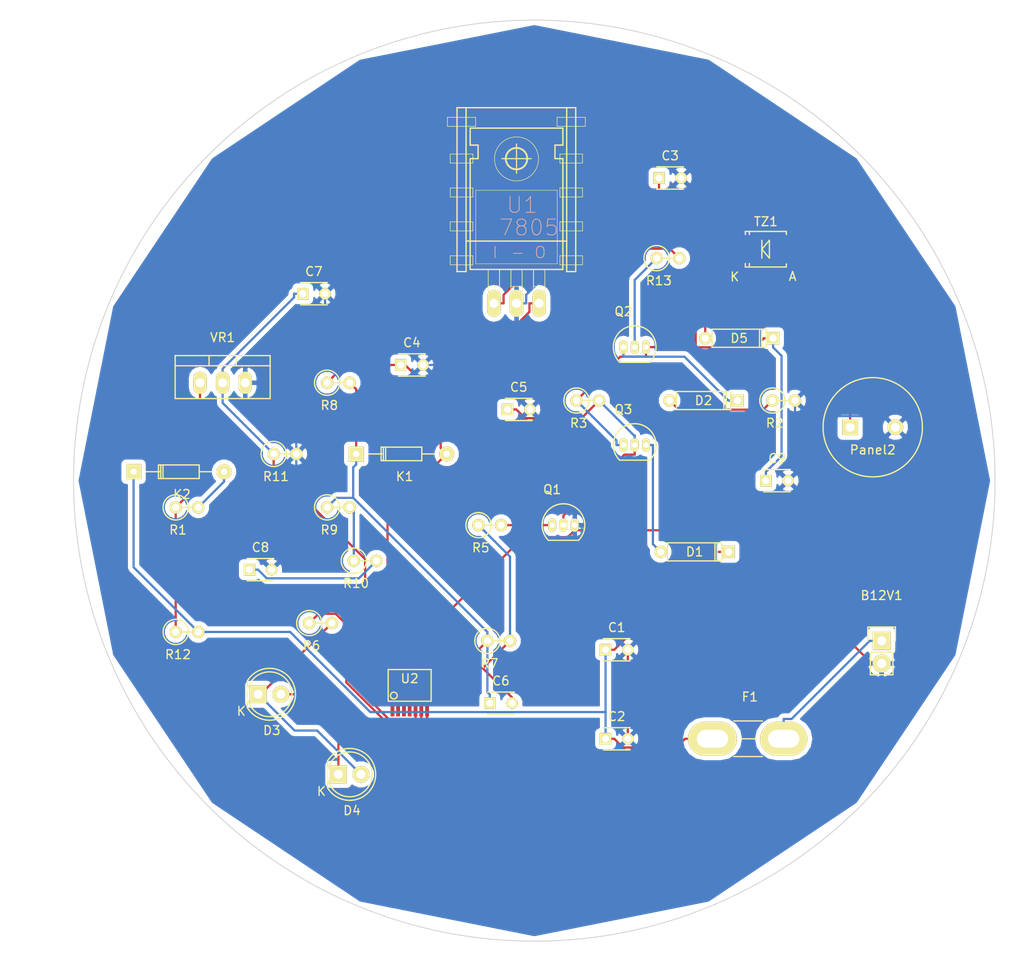
<source format=kicad_pcb>
(kicad_pcb (version 4) (host pcbnew 4.0.0-rc1-stable)

  (general
    (links 65)
    (no_connects 0)
    (area 35 40 150.000001 150.000001)
    (thickness 1.6)
    (drawings 1)
    (tracks 204)
    (zones 0)
    (modules 38)
    (nets 29)
  )

  (page A4)
  (layers
    (0 F.Cu signal)
    (31 B.Cu signal)
    (32 B.Adhes user)
    (33 F.Adhes user)
    (34 B.Paste user)
    (35 F.Paste user)
    (36 B.SilkS user)
    (37 F.SilkS user)
    (38 B.Mask user)
    (39 F.Mask user)
    (40 Dwgs.User user)
    (41 Cmts.User user)
    (42 Eco1.User user)
    (43 Eco2.User user)
    (44 Edge.Cuts user)
    (45 Margin user)
    (46 B.CrtYd user)
    (47 F.CrtYd user)
    (48 B.Fab user)
    (49 F.Fab user)
  )

  (setup
    (last_trace_width 0.25)
    (trace_clearance 0.2)
    (zone_clearance 0.508)
    (zone_45_only no)
    (trace_min 0.2)
    (segment_width 0.2)
    (edge_width 0.1)
    (via_size 0.6)
    (via_drill 0.4)
    (via_min_size 0.4)
    (via_min_drill 0.3)
    (uvia_size 0.3)
    (uvia_drill 0.1)
    (uvias_allowed no)
    (uvia_min_size 0.2)
    (uvia_min_drill 0.1)
    (pcb_text_width 0.3)
    (pcb_text_size 1.5 1.5)
    (mod_edge_width 0.15)
    (mod_text_size 1 1)
    (mod_text_width 0.15)
    (pad_size 1.5 1.5)
    (pad_drill 0.6)
    (pad_to_mask_clearance 0)
    (aux_axis_origin 0 0)
    (visible_elements 7FFFFFFF)
    (pcbplotparams
      (layerselection 0x01030_80000001)
      (usegerberextensions false)
      (excludeedgelayer true)
      (linewidth 0.100000)
      (plotframeref false)
      (viasonmask false)
      (mode 1)
      (useauxorigin false)
      (hpglpennumber 1)
      (hpglpenspeed 20)
      (hpglpendiameter 15)
      (hpglpenoverlay 2)
      (psnegative false)
      (psa4output false)
      (plotreference true)
      (plotvalue true)
      (plotinvisibletext false)
      (padsonsilk false)
      (subtractmaskfromsilk false)
      (outputformat 5)
      (mirror false)
      (drillshape 0)
      (scaleselection 1)
      (outputdirectory gerber/))
  )

  (net 0 "")
  (net 1 "Net-(B12V1-Pad1)")
  (net 2 GND)
  (net 3 "Net-(C1-Pad1)")
  (net 4 "Net-(C3-Pad1)")
  (net 5 "Net-(C4-Pad1)")
  (net 6 "Net-(C5-Pad1)")
  (net 7 "Net-(C6-Pad1)")
  (net 8 "Net-(C6-Pad2)")
  (net 9 "Net-(C7-Pad1)")
  (net 10 "Net-(C8-Pad1)")
  (net 11 "Net-(C9-Pad1)")
  (net 12 "Net-(D1-Pad2)")
  (net 13 "Net-(D2-Pad1)")
  (net 14 "Net-(D2-Pad2)")
  (net 15 "Net-(D3-Pad1)")
  (net 16 "Net-(D3-Pad2)")
  (net 17 "Net-(D5-Pad2)")
  (net 18 "Net-(K2-Pad2)")
  (net 19 "Net-(Q1-Pad1)")
  (net 20 "Net-(Q2-Pad2)")
  (net 21 "Net-(R1-Pad1)")
  (net 22 "Net-(R10-Pad1)")
  (net 23 "Net-(U2-Pad1)")
  (net 24 "Net-(U2-Pad2)")
  (net 25 "Net-(U2-Pad3)")
  (net 26 "Net-(U2-Pad12)")
  (net 27 "Net-(U2-Pad13)")
  (net 28 "Net-(U2-Pad14)")

  (net_class Default "This is the default net class."
    (clearance 0.2)
    (trace_width 0.25)
    (via_dia 0.6)
    (via_drill 0.4)
    (uvia_dia 0.3)
    (uvia_drill 0.1)
    (add_net GND)
    (add_net "Net-(B12V1-Pad1)")
    (add_net "Net-(C1-Pad1)")
    (add_net "Net-(C3-Pad1)")
    (add_net "Net-(C4-Pad1)")
    (add_net "Net-(C5-Pad1)")
    (add_net "Net-(C6-Pad1)")
    (add_net "Net-(C6-Pad2)")
    (add_net "Net-(C7-Pad1)")
    (add_net "Net-(C8-Pad1)")
    (add_net "Net-(C9-Pad1)")
    (add_net "Net-(D1-Pad2)")
    (add_net "Net-(D2-Pad1)")
    (add_net "Net-(D2-Pad2)")
    (add_net "Net-(D3-Pad1)")
    (add_net "Net-(D3-Pad2)")
    (add_net "Net-(D5-Pad2)")
    (add_net "Net-(K2-Pad2)")
    (add_net "Net-(Q1-Pad1)")
    (add_net "Net-(Q2-Pad2)")
    (add_net "Net-(R1-Pad1)")
    (add_net "Net-(R10-Pad1)")
    (add_net "Net-(U2-Pad1)")
    (add_net "Net-(U2-Pad12)")
    (add_net "Net-(U2-Pad13)")
    (add_net "Net-(U2-Pad14)")
    (add_net "Net-(U2-Pad2)")
    (add_net "Net-(U2-Pad3)")
  )

  (module Pin_Headers:Pin_Header_Straight_1x02 (layer F.Cu) (tedit 54EA090C) (tstamp 56473AE5)
    (at 134 112)
    (descr "Through hole pin header")
    (tags "pin header")
    (path /5642FB5E)
    (fp_text reference B12V1 (at 0 -5.1) (layer F.SilkS)
      (effects (font (size 1 1) (thickness 0.15)))
    )
    (fp_text value CONN_01X02 (at 0 -3.1) (layer F.Fab)
      (effects (font (size 1 1) (thickness 0.15)))
    )
    (fp_line (start 1.27 1.27) (end 1.27 3.81) (layer F.SilkS) (width 0.15))
    (fp_line (start 1.55 -1.55) (end 1.55 0) (layer F.SilkS) (width 0.15))
    (fp_line (start -1.75 -1.75) (end -1.75 4.3) (layer F.CrtYd) (width 0.05))
    (fp_line (start 1.75 -1.75) (end 1.75 4.3) (layer F.CrtYd) (width 0.05))
    (fp_line (start -1.75 -1.75) (end 1.75 -1.75) (layer F.CrtYd) (width 0.05))
    (fp_line (start -1.75 4.3) (end 1.75 4.3) (layer F.CrtYd) (width 0.05))
    (fp_line (start 1.27 1.27) (end -1.27 1.27) (layer F.SilkS) (width 0.15))
    (fp_line (start -1.55 0) (end -1.55 -1.55) (layer F.SilkS) (width 0.15))
    (fp_line (start -1.55 -1.55) (end 1.55 -1.55) (layer F.SilkS) (width 0.15))
    (fp_line (start -1.27 1.27) (end -1.27 3.81) (layer F.SilkS) (width 0.15))
    (fp_line (start -1.27 3.81) (end 1.27 3.81) (layer F.SilkS) (width 0.15))
    (pad 1 thru_hole rect (at 0 0) (size 2.032 2.032) (drill 1.016) (layers *.Cu *.Mask F.SilkS)
      (net 1 "Net-(B12V1-Pad1)"))
    (pad 2 thru_hole oval (at 0 2.54) (size 2.032 2.032) (drill 1.016) (layers *.Cu *.Mask F.SilkS)
      (net 2 GND))
    (model Pin_Headers.3dshapes/Pin_Header_Straight_1x02.wrl
      (at (xyz 0 -0.05 0))
      (scale (xyz 1 1 1))
      (rotate (xyz 0 0 90))
    )
  )

  (module Capacitors_ThroughHole:C_Disc_D3_P2.5 (layer F.Cu) (tedit 0) (tstamp 56473AF1)
    (at 103 113)
    (descr "Capacitor 3mm Disc, Pitch 2.5mm")
    (tags Capacitor)
    (path /5636DB25)
    (fp_text reference C1 (at 1.25 -2.5) (layer F.SilkS)
      (effects (font (size 1 1) (thickness 0.15)))
    )
    (fp_text value 47uF (at 1.25 2.5) (layer F.Fab)
      (effects (font (size 1 1) (thickness 0.15)))
    )
    (fp_line (start -0.9 -1.5) (end 3.4 -1.5) (layer F.CrtYd) (width 0.05))
    (fp_line (start 3.4 -1.5) (end 3.4 1.5) (layer F.CrtYd) (width 0.05))
    (fp_line (start 3.4 1.5) (end -0.9 1.5) (layer F.CrtYd) (width 0.05))
    (fp_line (start -0.9 1.5) (end -0.9 -1.5) (layer F.CrtYd) (width 0.05))
    (fp_line (start -0.25 -1.25) (end 2.75 -1.25) (layer F.SilkS) (width 0.15))
    (fp_line (start 2.75 1.25) (end -0.25 1.25) (layer F.SilkS) (width 0.15))
    (pad 1 thru_hole rect (at 0 0) (size 1.3 1.3) (drill 0.8) (layers *.Cu *.Mask F.SilkS)
      (net 3 "Net-(C1-Pad1)"))
    (pad 2 thru_hole circle (at 2.5 0) (size 1.3 1.3) (drill 0.8001) (layers *.Cu *.Mask F.SilkS)
      (net 2 GND))
    (model Capacitors_ThroughHole.3dshapes/C_Disc_D3_P2.5.wrl
      (at (xyz 0.0492126 0 0))
      (scale (xyz 1 1 1))
      (rotate (xyz 0 0 0))
    )
  )

  (module Capacitors_ThroughHole:C_Disc_D3_P2.5 (layer F.Cu) (tedit 0) (tstamp 56473AFD)
    (at 103 123)
    (descr "Capacitor 3mm Disc, Pitch 2.5mm")
    (tags Capacitor)
    (path /5636DA4D)
    (fp_text reference C2 (at 1.25 -2.5) (layer F.SilkS)
      (effects (font (size 1 1) (thickness 0.15)))
    )
    (fp_text value 0.1uF (at 1.25 2.5) (layer F.Fab)
      (effects (font (size 1 1) (thickness 0.15)))
    )
    (fp_line (start -0.9 -1.5) (end 3.4 -1.5) (layer F.CrtYd) (width 0.05))
    (fp_line (start 3.4 -1.5) (end 3.4 1.5) (layer F.CrtYd) (width 0.05))
    (fp_line (start 3.4 1.5) (end -0.9 1.5) (layer F.CrtYd) (width 0.05))
    (fp_line (start -0.9 1.5) (end -0.9 -1.5) (layer F.CrtYd) (width 0.05))
    (fp_line (start -0.25 -1.25) (end 2.75 -1.25) (layer F.SilkS) (width 0.15))
    (fp_line (start 2.75 1.25) (end -0.25 1.25) (layer F.SilkS) (width 0.15))
    (pad 1 thru_hole rect (at 0 0) (size 1.3 1.3) (drill 0.8) (layers *.Cu *.Mask F.SilkS)
      (net 3 "Net-(C1-Pad1)"))
    (pad 2 thru_hole circle (at 2.5 0) (size 1.3 1.3) (drill 0.8001) (layers *.Cu *.Mask F.SilkS)
      (net 2 GND))
    (model Capacitors_ThroughHole.3dshapes/C_Disc_D3_P2.5.wrl
      (at (xyz 0.0492126 0 0))
      (scale (xyz 1 1 1))
      (rotate (xyz 0 0 0))
    )
  )

  (module Capacitors_ThroughHole:C_Disc_D3_P2.5 (layer F.Cu) (tedit 0) (tstamp 56473B09)
    (at 109 60)
    (descr "Capacitor 3mm Disc, Pitch 2.5mm")
    (tags Capacitor)
    (path /5635BB21)
    (fp_text reference C3 (at 1.25 -2.5) (layer F.SilkS)
      (effects (font (size 1 1) (thickness 0.15)))
    )
    (fp_text value 0.1uF (at 1.25 2.5) (layer F.Fab)
      (effects (font (size 1 1) (thickness 0.15)))
    )
    (fp_line (start -0.9 -1.5) (end 3.4 -1.5) (layer F.CrtYd) (width 0.05))
    (fp_line (start 3.4 -1.5) (end 3.4 1.5) (layer F.CrtYd) (width 0.05))
    (fp_line (start 3.4 1.5) (end -0.9 1.5) (layer F.CrtYd) (width 0.05))
    (fp_line (start -0.9 1.5) (end -0.9 -1.5) (layer F.CrtYd) (width 0.05))
    (fp_line (start -0.25 -1.25) (end 2.75 -1.25) (layer F.SilkS) (width 0.15))
    (fp_line (start 2.75 1.25) (end -0.25 1.25) (layer F.SilkS) (width 0.15))
    (pad 1 thru_hole rect (at 0 0) (size 1.3 1.3) (drill 0.8) (layers *.Cu *.Mask F.SilkS)
      (net 4 "Net-(C3-Pad1)"))
    (pad 2 thru_hole circle (at 2.5 0) (size 1.3 1.3) (drill 0.8001) (layers *.Cu *.Mask F.SilkS)
      (net 2 GND))
    (model Capacitors_ThroughHole.3dshapes/C_Disc_D3_P2.5.wrl
      (at (xyz 0.0492126 0 0))
      (scale (xyz 1 1 1))
      (rotate (xyz 0 0 0))
    )
  )

  (module Capacitors_ThroughHole:C_Disc_D3_P2.5 (layer F.Cu) (tedit 0) (tstamp 56473B15)
    (at 80 81)
    (descr "Capacitor 3mm Disc, Pitch 2.5mm")
    (tags Capacitor)
    (path /5635AE8F)
    (fp_text reference C4 (at 1.25 -2.5) (layer F.SilkS)
      (effects (font (size 1 1) (thickness 0.15)))
    )
    (fp_text value 0.1uF (at 1.25 2.5) (layer F.Fab)
      (effects (font (size 1 1) (thickness 0.15)))
    )
    (fp_line (start -0.9 -1.5) (end 3.4 -1.5) (layer F.CrtYd) (width 0.05))
    (fp_line (start 3.4 -1.5) (end 3.4 1.5) (layer F.CrtYd) (width 0.05))
    (fp_line (start 3.4 1.5) (end -0.9 1.5) (layer F.CrtYd) (width 0.05))
    (fp_line (start -0.9 1.5) (end -0.9 -1.5) (layer F.CrtYd) (width 0.05))
    (fp_line (start -0.25 -1.25) (end 2.75 -1.25) (layer F.SilkS) (width 0.15))
    (fp_line (start 2.75 1.25) (end -0.25 1.25) (layer F.SilkS) (width 0.15))
    (pad 1 thru_hole rect (at 0 0) (size 1.3 1.3) (drill 0.8) (layers *.Cu *.Mask F.SilkS)
      (net 5 "Net-(C4-Pad1)"))
    (pad 2 thru_hole circle (at 2.5 0) (size 1.3 1.3) (drill 0.8001) (layers *.Cu *.Mask F.SilkS)
      (net 2 GND))
    (model Capacitors_ThroughHole.3dshapes/C_Disc_D3_P2.5.wrl
      (at (xyz 0.0492126 0 0))
      (scale (xyz 1 1 1))
      (rotate (xyz 0 0 0))
    )
  )

  (module Capacitors_ThroughHole:C_Disc_D3_P2.5 (layer F.Cu) (tedit 0) (tstamp 56473B21)
    (at 92 86)
    (descr "Capacitor 3mm Disc, Pitch 2.5mm")
    (tags Capacitor)
    (path /5635CB4D)
    (fp_text reference C5 (at 1.25 -2.5) (layer F.SilkS)
      (effects (font (size 1 1) (thickness 0.15)))
    )
    (fp_text value 0.01uF (at 1.25 2.5) (layer F.Fab)
      (effects (font (size 1 1) (thickness 0.15)))
    )
    (fp_line (start -0.9 -1.5) (end 3.4 -1.5) (layer F.CrtYd) (width 0.05))
    (fp_line (start 3.4 -1.5) (end 3.4 1.5) (layer F.CrtYd) (width 0.05))
    (fp_line (start 3.4 1.5) (end -0.9 1.5) (layer F.CrtYd) (width 0.05))
    (fp_line (start -0.9 1.5) (end -0.9 -1.5) (layer F.CrtYd) (width 0.05))
    (fp_line (start -0.25 -1.25) (end 2.75 -1.25) (layer F.SilkS) (width 0.15))
    (fp_line (start 2.75 1.25) (end -0.25 1.25) (layer F.SilkS) (width 0.15))
    (pad 1 thru_hole rect (at 0 0) (size 1.3 1.3) (drill 0.8) (layers *.Cu *.Mask F.SilkS)
      (net 6 "Net-(C5-Pad1)"))
    (pad 2 thru_hole circle (at 2.5 0) (size 1.3 1.3) (drill 0.8001) (layers *.Cu *.Mask F.SilkS)
      (net 2 GND))
    (model Capacitors_ThroughHole.3dshapes/C_Disc_D3_P2.5.wrl
      (at (xyz 0.0492126 0 0))
      (scale (xyz 1 1 1))
      (rotate (xyz 0 0 0))
    )
  )

  (module Capacitors_ThroughHole:C_Disc_D3_P2.5 (layer F.Cu) (tedit 0) (tstamp 56473B2D)
    (at 90 119)
    (descr "Capacitor 3mm Disc, Pitch 2.5mm")
    (tags Capacitor)
    (path /5635A6D4)
    (fp_text reference C6 (at 1.25 -2.5) (layer F.SilkS)
      (effects (font (size 1 1) (thickness 0.15)))
    )
    (fp_text value 0.01uF (at 1.25 2.5) (layer F.Fab)
      (effects (font (size 1 1) (thickness 0.15)))
    )
    (fp_line (start -0.9 -1.5) (end 3.4 -1.5) (layer F.CrtYd) (width 0.05))
    (fp_line (start 3.4 -1.5) (end 3.4 1.5) (layer F.CrtYd) (width 0.05))
    (fp_line (start 3.4 1.5) (end -0.9 1.5) (layer F.CrtYd) (width 0.05))
    (fp_line (start -0.9 1.5) (end -0.9 -1.5) (layer F.CrtYd) (width 0.05))
    (fp_line (start -0.25 -1.25) (end 2.75 -1.25) (layer F.SilkS) (width 0.15))
    (fp_line (start 2.75 1.25) (end -0.25 1.25) (layer F.SilkS) (width 0.15))
    (pad 1 thru_hole rect (at 0 0) (size 1.3 1.3) (drill 0.8) (layers *.Cu *.Mask F.SilkS)
      (net 7 "Net-(C6-Pad1)"))
    (pad 2 thru_hole circle (at 2.5 0) (size 1.3 1.3) (drill 0.8001) (layers *.Cu *.Mask F.SilkS)
      (net 8 "Net-(C6-Pad2)"))
    (model Capacitors_ThroughHole.3dshapes/C_Disc_D3_P2.5.wrl
      (at (xyz 0.0492126 0 0))
      (scale (xyz 1 1 1))
      (rotate (xyz 0 0 0))
    )
  )

  (module Capacitors_ThroughHole:C_Disc_D3_P2.5 (layer F.Cu) (tedit 0) (tstamp 56473B39)
    (at 69 73)
    (descr "Capacitor 3mm Disc, Pitch 2.5mm")
    (tags Capacitor)
    (path /56358FF0)
    (fp_text reference C7 (at 1.25 -2.5) (layer F.SilkS)
      (effects (font (size 1 1) (thickness 0.15)))
    )
    (fp_text value 0.1uF (at 1.25 2.5) (layer F.Fab)
      (effects (font (size 1 1) (thickness 0.15)))
    )
    (fp_line (start -0.9 -1.5) (end 3.4 -1.5) (layer F.CrtYd) (width 0.05))
    (fp_line (start 3.4 -1.5) (end 3.4 1.5) (layer F.CrtYd) (width 0.05))
    (fp_line (start 3.4 1.5) (end -0.9 1.5) (layer F.CrtYd) (width 0.05))
    (fp_line (start -0.9 1.5) (end -0.9 -1.5) (layer F.CrtYd) (width 0.05))
    (fp_line (start -0.25 -1.25) (end 2.75 -1.25) (layer F.SilkS) (width 0.15))
    (fp_line (start 2.75 1.25) (end -0.25 1.25) (layer F.SilkS) (width 0.15))
    (pad 1 thru_hole rect (at 0 0) (size 1.3 1.3) (drill 0.8) (layers *.Cu *.Mask F.SilkS)
      (net 9 "Net-(C7-Pad1)"))
    (pad 2 thru_hole circle (at 2.5 0) (size 1.3 1.3) (drill 0.8001) (layers *.Cu *.Mask F.SilkS)
      (net 2 GND))
    (model Capacitors_ThroughHole.3dshapes/C_Disc_D3_P2.5.wrl
      (at (xyz 0.0492126 0 0))
      (scale (xyz 1 1 1))
      (rotate (xyz 0 0 0))
    )
  )

  (module Capacitors_ThroughHole:C_Disc_D3_P2.5 (layer F.Cu) (tedit 0) (tstamp 56473B45)
    (at 63 104)
    (descr "Capacitor 3mm Disc, Pitch 2.5mm")
    (tags Capacitor)
    (path /56358D14)
    (fp_text reference C8 (at 1.25 -2.5) (layer F.SilkS)
      (effects (font (size 1 1) (thickness 0.15)))
    )
    (fp_text value 0.01uF (at 1.25 2.5) (layer F.Fab)
      (effects (font (size 1 1) (thickness 0.15)))
    )
    (fp_line (start -0.9 -1.5) (end 3.4 -1.5) (layer F.CrtYd) (width 0.05))
    (fp_line (start 3.4 -1.5) (end 3.4 1.5) (layer F.CrtYd) (width 0.05))
    (fp_line (start 3.4 1.5) (end -0.9 1.5) (layer F.CrtYd) (width 0.05))
    (fp_line (start -0.9 1.5) (end -0.9 -1.5) (layer F.CrtYd) (width 0.05))
    (fp_line (start -0.25 -1.25) (end 2.75 -1.25) (layer F.SilkS) (width 0.15))
    (fp_line (start 2.75 1.25) (end -0.25 1.25) (layer F.SilkS) (width 0.15))
    (pad 1 thru_hole rect (at 0 0) (size 1.3 1.3) (drill 0.8) (layers *.Cu *.Mask F.SilkS)
      (net 10 "Net-(C8-Pad1)"))
    (pad 2 thru_hole circle (at 2.5 0) (size 1.3 1.3) (drill 0.8001) (layers *.Cu *.Mask F.SilkS)
      (net 2 GND))
    (model Capacitors_ThroughHole.3dshapes/C_Disc_D3_P2.5.wrl
      (at (xyz 0.0492126 0 0))
      (scale (xyz 1 1 1))
      (rotate (xyz 0 0 0))
    )
  )

  (module Capacitors_ThroughHole:C_Disc_D3_P2.5 (layer F.Cu) (tedit 0) (tstamp 56473B51)
    (at 121 94)
    (descr "Capacitor 3mm Disc, Pitch 2.5mm")
    (tags Capacitor)
    (path /56361539)
    (fp_text reference C9 (at 1.25 -2.5) (layer F.SilkS)
      (effects (font (size 1 1) (thickness 0.15)))
    )
    (fp_text value 0.1uF (at 1.25 2.5) (layer F.Fab)
      (effects (font (size 1 1) (thickness 0.15)))
    )
    (fp_line (start -0.9 -1.5) (end 3.4 -1.5) (layer F.CrtYd) (width 0.05))
    (fp_line (start 3.4 -1.5) (end 3.4 1.5) (layer F.CrtYd) (width 0.05))
    (fp_line (start 3.4 1.5) (end -0.9 1.5) (layer F.CrtYd) (width 0.05))
    (fp_line (start -0.9 1.5) (end -0.9 -1.5) (layer F.CrtYd) (width 0.05))
    (fp_line (start -0.25 -1.25) (end 2.75 -1.25) (layer F.SilkS) (width 0.15))
    (fp_line (start 2.75 1.25) (end -0.25 1.25) (layer F.SilkS) (width 0.15))
    (pad 1 thru_hole rect (at 0 0) (size 1.3 1.3) (drill 0.8) (layers *.Cu *.Mask F.SilkS)
      (net 11 "Net-(C9-Pad1)"))
    (pad 2 thru_hole circle (at 2.5 0) (size 1.3 1.3) (drill 0.8001) (layers *.Cu *.Mask F.SilkS)
      (net 2 GND))
    (model Capacitors_ThroughHole.3dshapes/C_Disc_D3_P2.5.wrl
      (at (xyz 0.0492126 0 0))
      (scale (xyz 1 1 1))
      (rotate (xyz 0 0 0))
    )
  )

  (module Discret:D3 (layer F.Cu) (tedit 0) (tstamp 56473B61)
    (at 113 102)
    (descr "Diode 3 pas")
    (tags "DIODE DEV")
    (path /5635E78B)
    (fp_text reference D1 (at 0 0) (layer F.SilkS)
      (effects (font (size 1 1) (thickness 0.15)))
    )
    (fp_text value D (at 0 0) (layer F.Fab)
      (effects (font (size 1 1) (thickness 0.15)))
    )
    (fp_line (start 3.81 0) (end 3.048 0) (layer F.SilkS) (width 0.15))
    (fp_line (start 3.048 0) (end 3.048 -1.016) (layer F.SilkS) (width 0.15))
    (fp_line (start 3.048 -1.016) (end -3.048 -1.016) (layer F.SilkS) (width 0.15))
    (fp_line (start -3.048 -1.016) (end -3.048 0) (layer F.SilkS) (width 0.15))
    (fp_line (start -3.048 0) (end -3.81 0) (layer F.SilkS) (width 0.15))
    (fp_line (start -3.048 0) (end -3.048 1.016) (layer F.SilkS) (width 0.15))
    (fp_line (start -3.048 1.016) (end 3.048 1.016) (layer F.SilkS) (width 0.15))
    (fp_line (start 3.048 1.016) (end 3.048 0) (layer F.SilkS) (width 0.15))
    (fp_line (start 2.54 -1.016) (end 2.54 1.016) (layer F.SilkS) (width 0.15))
    (fp_line (start 2.286 1.016) (end 2.286 -1.016) (layer F.SilkS) (width 0.15))
    (pad 1 thru_hole rect (at 3.81 0) (size 1.397 1.397) (drill 0.8128) (layers *.Cu *.Mask F.SilkS)
      (net 3 "Net-(C1-Pad1)"))
    (pad 2 thru_hole circle (at -3.81 0) (size 1.397 1.397) (drill 0.8128) (layers *.Cu *.Mask F.SilkS)
      (net 12 "Net-(D1-Pad2)"))
    (model Discret.3dshapes/D3.wrl
      (at (xyz 0 0 0))
      (scale (xyz 0.3 0.3 0.3))
      (rotate (xyz 0 0 0))
    )
  )

  (module Discret:D3 (layer F.Cu) (tedit 0) (tstamp 56473B71)
    (at 114 85)
    (descr "Diode 3 pas")
    (tags "DIODE DEV")
    (path /5635EBC4)
    (fp_text reference D2 (at 0 0) (layer F.SilkS)
      (effects (font (size 1 1) (thickness 0.15)))
    )
    (fp_text value D_Schottky (at 0 0) (layer F.Fab)
      (effects (font (size 1 1) (thickness 0.15)))
    )
    (fp_line (start 3.81 0) (end 3.048 0) (layer F.SilkS) (width 0.15))
    (fp_line (start 3.048 0) (end 3.048 -1.016) (layer F.SilkS) (width 0.15))
    (fp_line (start 3.048 -1.016) (end -3.048 -1.016) (layer F.SilkS) (width 0.15))
    (fp_line (start -3.048 -1.016) (end -3.048 0) (layer F.SilkS) (width 0.15))
    (fp_line (start -3.048 0) (end -3.81 0) (layer F.SilkS) (width 0.15))
    (fp_line (start -3.048 0) (end -3.048 1.016) (layer F.SilkS) (width 0.15))
    (fp_line (start -3.048 1.016) (end 3.048 1.016) (layer F.SilkS) (width 0.15))
    (fp_line (start 3.048 1.016) (end 3.048 0) (layer F.SilkS) (width 0.15))
    (fp_line (start 2.54 -1.016) (end 2.54 1.016) (layer F.SilkS) (width 0.15))
    (fp_line (start 2.286 1.016) (end 2.286 -1.016) (layer F.SilkS) (width 0.15))
    (pad 1 thru_hole rect (at 3.81 0) (size 1.397 1.397) (drill 0.8128) (layers *.Cu *.Mask F.SilkS)
      (net 13 "Net-(D2-Pad1)"))
    (pad 2 thru_hole circle (at -3.81 0) (size 1.397 1.397) (drill 0.8128) (layers *.Cu *.Mask F.SilkS)
      (net 14 "Net-(D2-Pad2)"))
    (model Discret.3dshapes/D3.wrl
      (at (xyz 0 0 0))
      (scale (xyz 0.3 0.3 0.3))
      (rotate (xyz 0 0 0))
    )
  )

  (module LEDs:LED-5MM (layer F.Cu) (tedit 5570F7EA) (tstamp 56473B7D)
    (at 64 118)
    (descr "LED 5mm round vertical")
    (tags "LED 5mm round vertical")
    (path /5640E15E)
    (fp_text reference D3 (at 1.524 4.064) (layer F.SilkS)
      (effects (font (size 1 1) (thickness 0.15)))
    )
    (fp_text value LED (at 1.524 -3.937) (layer F.Fab)
      (effects (font (size 1 1) (thickness 0.15)))
    )
    (fp_line (start -1.5 -1.55) (end -1.5 1.55) (layer F.CrtYd) (width 0.05))
    (fp_arc (start 1.3 0) (end -1.5 1.55) (angle -302) (layer F.CrtYd) (width 0.05))
    (fp_arc (start 1.27 0) (end -1.23 -1.5) (angle 297.5) (layer F.SilkS) (width 0.15))
    (fp_line (start -1.23 1.5) (end -1.23 -1.5) (layer F.SilkS) (width 0.15))
    (fp_circle (center 1.27 0) (end 0.97 -2.5) (layer F.SilkS) (width 0.15))
    (fp_text user K (at -1.905 1.905) (layer F.SilkS)
      (effects (font (size 1 1) (thickness 0.15)))
    )
    (pad 1 thru_hole rect (at 0 0 90) (size 2 1.9) (drill 1.00076) (layers *.Cu *.Mask F.SilkS)
      (net 15 "Net-(D3-Pad1)"))
    (pad 2 thru_hole circle (at 2.54 0) (size 1.9 1.9) (drill 1.00076) (layers *.Cu *.Mask F.SilkS)
      (net 16 "Net-(D3-Pad2)"))
    (model LEDs.3dshapes/LED-5MM.wrl
      (at (xyz 0.05 0 0))
      (scale (xyz 1 1 1))
      (rotate (xyz 0 0 90))
    )
  )

  (module LEDs:LED-5MM (layer F.Cu) (tedit 5570F7EA) (tstamp 56473B89)
    (at 73 127)
    (descr "LED 5mm round vertical")
    (tags "LED 5mm round vertical")
    (path /5640E0D5)
    (fp_text reference D4 (at 1.524 4.064) (layer F.SilkS)
      (effects (font (size 1 1) (thickness 0.15)))
    )
    (fp_text value LED (at 1.524 -3.937) (layer F.Fab)
      (effects (font (size 1 1) (thickness 0.15)))
    )
    (fp_line (start -1.5 -1.55) (end -1.5 1.55) (layer F.CrtYd) (width 0.05))
    (fp_arc (start 1.3 0) (end -1.5 1.55) (angle -302) (layer F.CrtYd) (width 0.05))
    (fp_arc (start 1.27 0) (end -1.23 -1.5) (angle 297.5) (layer F.SilkS) (width 0.15))
    (fp_line (start -1.23 1.5) (end -1.23 -1.5) (layer F.SilkS) (width 0.15))
    (fp_circle (center 1.27 0) (end 0.97 -2.5) (layer F.SilkS) (width 0.15))
    (fp_text user K (at -1.905 1.905) (layer F.SilkS)
      (effects (font (size 1 1) (thickness 0.15)))
    )
    (pad 1 thru_hole rect (at 0 0 90) (size 2 1.9) (drill 1.00076) (layers *.Cu *.Mask F.SilkS)
      (net 16 "Net-(D3-Pad2)"))
    (pad 2 thru_hole circle (at 2.54 0) (size 1.9 1.9) (drill 1.00076) (layers *.Cu *.Mask F.SilkS)
      (net 15 "Net-(D3-Pad1)"))
    (model LEDs.3dshapes/LED-5MM.wrl
      (at (xyz 0.05 0 0))
      (scale (xyz 1 1 1))
      (rotate (xyz 0 0 90))
    )
  )

  (module Discret:D3 (layer F.Cu) (tedit 0) (tstamp 56473B99)
    (at 118 78)
    (descr "Diode 3 pas")
    (tags "DIODE DEV")
    (path /563E3D9D)
    (fp_text reference D5 (at 0 0) (layer F.SilkS)
      (effects (font (size 1 1) (thickness 0.15)))
    )
    (fp_text value D (at 0 0) (layer F.Fab)
      (effects (font (size 1 1) (thickness 0.15)))
    )
    (fp_line (start 3.81 0) (end 3.048 0) (layer F.SilkS) (width 0.15))
    (fp_line (start 3.048 0) (end 3.048 -1.016) (layer F.SilkS) (width 0.15))
    (fp_line (start 3.048 -1.016) (end -3.048 -1.016) (layer F.SilkS) (width 0.15))
    (fp_line (start -3.048 -1.016) (end -3.048 0) (layer F.SilkS) (width 0.15))
    (fp_line (start -3.048 0) (end -3.81 0) (layer F.SilkS) (width 0.15))
    (fp_line (start -3.048 0) (end -3.048 1.016) (layer F.SilkS) (width 0.15))
    (fp_line (start -3.048 1.016) (end 3.048 1.016) (layer F.SilkS) (width 0.15))
    (fp_line (start 3.048 1.016) (end 3.048 0) (layer F.SilkS) (width 0.15))
    (fp_line (start 2.54 -1.016) (end 2.54 1.016) (layer F.SilkS) (width 0.15))
    (fp_line (start 2.286 1.016) (end 2.286 -1.016) (layer F.SilkS) (width 0.15))
    (pad 1 thru_hole rect (at 3.81 0) (size 1.397 1.397) (drill 0.8128) (layers *.Cu *.Mask F.SilkS)
      (net 11 "Net-(C9-Pad1)"))
    (pad 2 thru_hole circle (at -3.81 0) (size 1.397 1.397) (drill 0.8128) (layers *.Cu *.Mask F.SilkS)
      (net 17 "Net-(D5-Pad2)"))
    (model Discret.3dshapes/D3.wrl
      (at (xyz 0 0 0))
      (scale (xyz 0.3 0.3 0.3))
      (rotate (xyz 0 0 0))
    )
  )

  (module Fuse_Holders_and_Fuses:BladeFuse-Mini (layer F.Cu) (tedit 0) (tstamp 56473BA2)
    (at 119 123)
    (path /5636EF25)
    (fp_text reference F1 (at 0.2 -4.7) (layer F.SilkS)
      (effects (font (size 1 1) (thickness 0.15)))
    )
    (fp_text value FUSE (at 0.2 4.7) (layer F.Fab)
      (effects (font (size 1 1) (thickness 0.15)))
    )
    (fp_line (start -0.75 0) (end 0.85 0) (layer F.SilkS) (width 0.15))
    (fp_line (start 1.6 2) (end -1.6 2) (layer F.SilkS) (width 0.15))
    (fp_line (start -1.6 -2) (end 1.6 -2) (layer F.SilkS) (width 0.15))
    (pad 1 thru_hole oval (at -4 0) (size 5.5 3.8) (drill oval 3.5 2) (layers *.Cu *.Mask F.SilkS)
      (net 3 "Net-(C1-Pad1)"))
    (pad 2 thru_hole oval (at 4 0) (size 5.3 3.8) (drill oval 3.5 2) (layers *.Cu *.Mask F.SilkS)
      (net 1 "Net-(B12V1-Pad1)"))
    (model Fuse_Holders_and_Fuses.3dshapes/BladeFuse-Mini.wrl
      (at (xyz 0 0 0))
      (scale (xyz 0.3937 0.3937 0.3937))
      (rotate (xyz 0 0 0))
    )
  )

  (module Diodes_ThroughHole:Diode_DO-35_SOD27_Horizontal_RM10 (layer F.Cu) (tedit 552FFC30) (tstamp 56473BB1)
    (at 75 91)
    (descr "Diode, DO-35,  SOD27, Horizontal, RM 10mm")
    (tags "Diode, DO-35, SOD27, Horizontal, RM 10mm, 1N4148,")
    (path /5635B2F9)
    (fp_text reference K1 (at 5.43052 2.53746) (layer F.SilkS)
      (effects (font (size 1 1) (thickness 0.15)))
    )
    (fp_text value SPST (at 4.41452 -3.55854) (layer F.Fab)
      (effects (font (size 1 1) (thickness 0.15)))
    )
    (fp_line (start 7.36652 -0.00254) (end 8.76352 -0.00254) (layer F.SilkS) (width 0.15))
    (fp_line (start 2.92152 -0.00254) (end 1.39752 -0.00254) (layer F.SilkS) (width 0.15))
    (fp_line (start 3.30252 -0.76454) (end 3.30252 0.75946) (layer F.SilkS) (width 0.15))
    (fp_line (start 3.04852 -0.76454) (end 3.04852 0.75946) (layer F.SilkS) (width 0.15))
    (fp_line (start 2.79452 -0.00254) (end 2.79452 0.75946) (layer F.SilkS) (width 0.15))
    (fp_line (start 2.79452 0.75946) (end 7.36652 0.75946) (layer F.SilkS) (width 0.15))
    (fp_line (start 7.36652 0.75946) (end 7.36652 -0.76454) (layer F.SilkS) (width 0.15))
    (fp_line (start 7.36652 -0.76454) (end 2.79452 -0.76454) (layer F.SilkS) (width 0.15))
    (fp_line (start 2.79452 -0.76454) (end 2.79452 -0.00254) (layer F.SilkS) (width 0.15))
    (pad 2 thru_hole circle (at 10.16052 -0.00254 180) (size 1.69926 1.69926) (drill 0.70104) (layers *.Cu *.Mask F.SilkS)
      (net 5 "Net-(C4-Pad1)"))
    (pad 1 thru_hole rect (at 0.00052 -0.00254 180) (size 1.69926 1.69926) (drill 0.70104) (layers *.Cu *.Mask F.SilkS)
      (net 7 "Net-(C6-Pad1)"))
    (model Diodes_ThroughHole.3dshapes/Diode_DO-35_SOD27_Horizontal_RM10.wrl
      (at (xyz 0.2 0 0))
      (scale (xyz 0.4 0.4 0.4))
      (rotate (xyz 0 0 180))
    )
  )

  (module Diodes_ThroughHole:Diode_DO-35_SOD27_Horizontal_RM10 (layer F.Cu) (tedit 552FFC30) (tstamp 56473BC0)
    (at 50 93)
    (descr "Diode, DO-35,  SOD27, Horizontal, RM 10mm")
    (tags "Diode, DO-35, SOD27, Horizontal, RM 10mm, 1N4148,")
    (path /5635955E)
    (fp_text reference K2 (at 5.43052 2.53746) (layer F.SilkS)
      (effects (font (size 1 1) (thickness 0.15)))
    )
    (fp_text value SPST (at 4.41452 -3.55854) (layer F.Fab)
      (effects (font (size 1 1) (thickness 0.15)))
    )
    (fp_line (start 7.36652 -0.00254) (end 8.76352 -0.00254) (layer F.SilkS) (width 0.15))
    (fp_line (start 2.92152 -0.00254) (end 1.39752 -0.00254) (layer F.SilkS) (width 0.15))
    (fp_line (start 3.30252 -0.76454) (end 3.30252 0.75946) (layer F.SilkS) (width 0.15))
    (fp_line (start 3.04852 -0.76454) (end 3.04852 0.75946) (layer F.SilkS) (width 0.15))
    (fp_line (start 2.79452 -0.00254) (end 2.79452 0.75946) (layer F.SilkS) (width 0.15))
    (fp_line (start 2.79452 0.75946) (end 7.36652 0.75946) (layer F.SilkS) (width 0.15))
    (fp_line (start 7.36652 0.75946) (end 7.36652 -0.76454) (layer F.SilkS) (width 0.15))
    (fp_line (start 7.36652 -0.76454) (end 2.79452 -0.76454) (layer F.SilkS) (width 0.15))
    (fp_line (start 2.79452 -0.76454) (end 2.79452 -0.00254) (layer F.SilkS) (width 0.15))
    (pad 2 thru_hole circle (at 10.16052 -0.00254 180) (size 1.69926 1.69926) (drill 0.70104) (layers *.Cu *.Mask F.SilkS)
      (net 18 "Net-(K2-Pad2)"))
    (pad 1 thru_hole rect (at 0.00052 -0.00254 180) (size 1.69926 1.69926) (drill 0.70104) (layers *.Cu *.Mask F.SilkS)
      (net 3 "Net-(C1-Pad1)"))
    (model Diodes_ThroughHole.3dshapes/Diode_DO-35_SOD27_Horizontal_RM10.wrl
      (at (xyz 0.2 0 0))
      (scale (xyz 0.4 0.4 0.4))
      (rotate (xyz 0 0 180))
    )
  )

  (module Discret:C2V10 (layer F.Cu) (tedit 0) (tstamp 56473BC7)
    (at 133 88)
    (descr "Condensateur polarise")
    (tags CP)
    (path /5647BF88)
    (fp_text reference Panel2 (at 0 2.54) (layer F.SilkS)
      (effects (font (size 1 1) (thickness 0.15)))
    )
    (fp_text value Battery (at 0 -2.54) (layer F.Fab)
      (effects (font (size 1 1) (thickness 0.15)))
    )
    (fp_circle (center 0 0) (end 4.826 -2.794) (layer F.SilkS) (width 0.15))
    (pad 1 thru_hole rect (at -2.54 0) (size 1.778 1.778) (drill 1.016) (layers *.Cu *.Mask F.SilkS)
      (net 17 "Net-(D5-Pad2)"))
    (pad 2 thru_hole circle (at 2.54 0) (size 1.778 1.778) (drill 1.016) (layers *.Cu *.Mask F.SilkS)
      (net 2 GND))
    (model Discret.3dshapes/C2V10.wrl
      (at (xyz 0 0 0))
      (scale (xyz 1 1 1))
      (rotate (xyz 0 0 0))
    )
  )

  (module Housings_TO-92:TO-92_Inline_Narrow_Oval (layer F.Cu) (tedit 54F24281) (tstamp 56473BD5)
    (at 97 99)
    (descr "TO-92 leads in-line, narrow, oval pads, drill 0.6mm (see NXP sot054_po.pdf)")
    (tags "to-92 sc-43 sc-43a sot54 PA33 transistor")
    (path /5635C8AB)
    (fp_text reference Q1 (at 0 -4) (layer F.SilkS)
      (effects (font (size 1 1) (thickness 0.15)))
    )
    (fp_text value Q_NPN_BCE (at 0 3) (layer F.Fab)
      (effects (font (size 1 1) (thickness 0.15)))
    )
    (fp_line (start -1.4 1.95) (end -1.4 -2.65) (layer F.CrtYd) (width 0.05))
    (fp_line (start -1.4 1.95) (end 3.95 1.95) (layer F.CrtYd) (width 0.05))
    (fp_line (start -0.43 1.7) (end 2.97 1.7) (layer F.SilkS) (width 0.15))
    (fp_arc (start 1.27 0) (end 1.27 -2.4) (angle -135) (layer F.SilkS) (width 0.15))
    (fp_arc (start 1.27 0) (end 1.27 -2.4) (angle 135) (layer F.SilkS) (width 0.15))
    (fp_line (start -1.4 -2.65) (end 3.95 -2.65) (layer F.CrtYd) (width 0.05))
    (fp_line (start 3.95 1.95) (end 3.95 -2.65) (layer F.CrtYd) (width 0.05))
    (pad 2 thru_hole oval (at 1.27 0 180) (size 0.89916 1.50114) (drill 0.6) (layers *.Cu *.Mask F.SilkS)
      (net 6 "Net-(C5-Pad1)"))
    (pad 3 thru_hole oval (at 2.54 0 180) (size 0.89916 1.50114) (drill 0.6) (layers *.Cu *.Mask F.SilkS)
      (net 2 GND))
    (pad 1 thru_hole oval (at 0 0 180) (size 0.89916 1.50114) (drill 0.6) (layers *.Cu *.Mask F.SilkS)
      (net 19 "Net-(Q1-Pad1)"))
    (model Housings_TO-92.3dshapes/TO-92_Inline_Narrow_Oval.wrl
      (at (xyz 0.05 0 0))
      (scale (xyz 1 1 1))
      (rotate (xyz 0 0 -90))
    )
  )

  (module Housings_TO-92:TO-92_Inline_Narrow_Oval (layer F.Cu) (tedit 54F24281) (tstamp 56473BE3)
    (at 105 79)
    (descr "TO-92 leads in-line, narrow, oval pads, drill 0.6mm (see NXP sot054_po.pdf)")
    (tags "to-92 sc-43 sc-43a sot54 PA33 transistor")
    (path /5635C16E)
    (fp_text reference Q2 (at 0 -4) (layer F.SilkS)
      (effects (font (size 1 1) (thickness 0.15)))
    )
    (fp_text value Q_PNP_BCE (at 0 3) (layer F.Fab)
      (effects (font (size 1 1) (thickness 0.15)))
    )
    (fp_line (start -1.4 1.95) (end -1.4 -2.65) (layer F.CrtYd) (width 0.05))
    (fp_line (start -1.4 1.95) (end 3.95 1.95) (layer F.CrtYd) (width 0.05))
    (fp_line (start -0.43 1.7) (end 2.97 1.7) (layer F.SilkS) (width 0.15))
    (fp_arc (start 1.27 0) (end 1.27 -2.4) (angle -135) (layer F.SilkS) (width 0.15))
    (fp_arc (start 1.27 0) (end 1.27 -2.4) (angle 135) (layer F.SilkS) (width 0.15))
    (fp_line (start -1.4 -2.65) (end 3.95 -2.65) (layer F.CrtYd) (width 0.05))
    (fp_line (start 3.95 1.95) (end 3.95 -2.65) (layer F.CrtYd) (width 0.05))
    (pad 2 thru_hole oval (at 1.27 0 180) (size 0.89916 1.50114) (drill 0.6) (layers *.Cu *.Mask F.SilkS)
      (net 20 "Net-(Q2-Pad2)"))
    (pad 3 thru_hole oval (at 2.54 0 180) (size 0.89916 1.50114) (drill 0.6) (layers *.Cu *.Mask F.SilkS)
      (net 11 "Net-(C9-Pad1)"))
    (pad 1 thru_hole oval (at 0 0 180) (size 0.89916 1.50114) (drill 0.6) (layers *.Cu *.Mask F.SilkS)
      (net 13 "Net-(D2-Pad1)"))
    (model Housings_TO-92.3dshapes/TO-92_Inline_Narrow_Oval.wrl
      (at (xyz 0.05 0 0))
      (scale (xyz 1 1 1))
      (rotate (xyz 0 0 -90))
    )
  )

  (module Housings_TO-92:TO-92_Inline_Narrow_Oval (layer F.Cu) (tedit 54F24281) (tstamp 56473BF1)
    (at 105 90)
    (descr "TO-92 leads in-line, narrow, oval pads, drill 0.6mm (see NXP sot054_po.pdf)")
    (tags "to-92 sc-43 sc-43a sot54 PA33 transistor")
    (path /5635E183)
    (fp_text reference Q3 (at 0 -4) (layer F.SilkS)
      (effects (font (size 1 1) (thickness 0.15)))
    )
    (fp_text value Q_PMOS_DGS (at 0 3) (layer F.Fab)
      (effects (font (size 1 1) (thickness 0.15)))
    )
    (fp_line (start -1.4 1.95) (end -1.4 -2.65) (layer F.CrtYd) (width 0.05))
    (fp_line (start -1.4 1.95) (end 3.95 1.95) (layer F.CrtYd) (width 0.05))
    (fp_line (start -0.43 1.7) (end 2.97 1.7) (layer F.SilkS) (width 0.15))
    (fp_arc (start 1.27 0) (end 1.27 -2.4) (angle -135) (layer F.SilkS) (width 0.15))
    (fp_arc (start 1.27 0) (end 1.27 -2.4) (angle 135) (layer F.SilkS) (width 0.15))
    (fp_line (start -1.4 -2.65) (end 3.95 -2.65) (layer F.CrtYd) (width 0.05))
    (fp_line (start 3.95 1.95) (end 3.95 -2.65) (layer F.CrtYd) (width 0.05))
    (pad 2 thru_hole oval (at 1.27 0 180) (size 0.89916 1.50114) (drill 0.6) (layers *.Cu *.Mask F.SilkS)
      (net 6 "Net-(C5-Pad1)"))
    (pad 3 thru_hole oval (at 2.54 0 180) (size 0.89916 1.50114) (drill 0.6) (layers *.Cu *.Mask F.SilkS)
      (net 12 "Net-(D1-Pad2)"))
    (pad 1 thru_hole oval (at 0 0 180) (size 0.89916 1.50114) (drill 0.6) (layers *.Cu *.Mask F.SilkS)
      (net 11 "Net-(C9-Pad1)"))
    (model Housings_TO-92.3dshapes/TO-92_Inline_Narrow_Oval.wrl
      (at (xyz 0.05 0 0))
      (scale (xyz 1 1 1))
      (rotate (xyz 0 0 -90))
    )
  )

  (module Discret:R1 (layer F.Cu) (tedit 0) (tstamp 56473BF9)
    (at 56 97)
    (descr "Resistance verticale")
    (tags R)
    (path /56359500)
    (fp_text reference R1 (at -1.016 2.54) (layer F.SilkS)
      (effects (font (size 1 1) (thickness 0.15)))
    )
    (fp_text value 100 (at -1.143 2.54) (layer F.Fab)
      (effects (font (size 1 1) (thickness 0.15)))
    )
    (fp_line (start -1.27 0) (end 1.27 0) (layer F.SilkS) (width 0.15))
    (fp_circle (center -1.27 0) (end -0.635 1.27) (layer F.SilkS) (width 0.15))
    (pad 1 thru_hole circle (at -1.27 0) (size 1.397 1.397) (drill 0.8128) (layers *.Cu *.Mask F.SilkS)
      (net 21 "Net-(R1-Pad1)"))
    (pad 2 thru_hole circle (at 1.27 0) (size 1.397 1.397) (drill 0.8128) (layers *.Cu *.Mask F.SilkS)
      (net 18 "Net-(K2-Pad2)"))
    (model Discret.3dshapes/R1.wrl
      (at (xyz 0 0 0))
      (scale (xyz 1 1 1))
      (rotate (xyz 0 0 0))
    )
  )

  (module Discret:R1 (layer F.Cu) (tedit 0) (tstamp 56473C01)
    (at 123 85)
    (descr "Resistance verticale")
    (tags R)
    (path /5635EF8D)
    (fp_text reference R2 (at -1.016 2.54) (layer F.SilkS)
      (effects (font (size 1 1) (thickness 0.15)))
    )
    (fp_text value R (at -1.143 2.54) (layer F.Fab)
      (effects (font (size 1 1) (thickness 0.15)))
    )
    (fp_line (start -1.27 0) (end 1.27 0) (layer F.SilkS) (width 0.15))
    (fp_circle (center -1.27 0) (end -0.635 1.27) (layer F.SilkS) (width 0.15))
    (pad 1 thru_hole circle (at -1.27 0) (size 1.397 1.397) (drill 0.8128) (layers *.Cu *.Mask F.SilkS)
      (net 14 "Net-(D2-Pad2)"))
    (pad 2 thru_hole circle (at 1.27 0) (size 1.397 1.397) (drill 0.8128) (layers *.Cu *.Mask F.SilkS)
      (net 2 GND))
    (model Discret.3dshapes/R1.wrl
      (at (xyz 0 0 0))
      (scale (xyz 1 1 1))
      (rotate (xyz 0 0 0))
    )
  )

  (module Discret:R1 (layer F.Cu) (tedit 0) (tstamp 56473C09)
    (at 101 85)
    (descr "Resistance verticale")
    (tags R)
    (path /56412FE1)
    (fp_text reference R3 (at -1.016 2.54) (layer F.SilkS)
      (effects (font (size 1 1) (thickness 0.15)))
    )
    (fp_text value 10K (at -1.143 2.54) (layer F.Fab)
      (effects (font (size 1 1) (thickness 0.15)))
    )
    (fp_line (start -1.27 0) (end 1.27 0) (layer F.SilkS) (width 0.15))
    (fp_circle (center -1.27 0) (end -0.635 1.27) (layer F.SilkS) (width 0.15))
    (pad 1 thru_hole circle (at -1.27 0) (size 1.397 1.397) (drill 0.8128) (layers *.Cu *.Mask F.SilkS)
      (net 11 "Net-(C9-Pad1)"))
    (pad 2 thru_hole circle (at 1.27 0) (size 1.397 1.397) (drill 0.8128) (layers *.Cu *.Mask F.SilkS)
      (net 6 "Net-(C5-Pad1)"))
    (model Discret.3dshapes/R1.wrl
      (at (xyz 0 0 0))
      (scale (xyz 1 1 1))
      (rotate (xyz 0 0 0))
    )
  )

  (module Discret:R1 (layer F.Cu) (tedit 0) (tstamp 56473C11)
    (at 90 99)
    (descr "Resistance verticale")
    (tags R)
    (path /5635C323)
    (fp_text reference R5 (at -1.016 2.54) (layer F.SilkS)
      (effects (font (size 1 1) (thickness 0.15)))
    )
    (fp_text value 100K (at -1.143 2.54) (layer F.Fab)
      (effects (font (size 1 1) (thickness 0.15)))
    )
    (fp_line (start -1.27 0) (end 1.27 0) (layer F.SilkS) (width 0.15))
    (fp_circle (center -1.27 0) (end -0.635 1.27) (layer F.SilkS) (width 0.15))
    (pad 1 thru_hole circle (at -1.27 0) (size 1.397 1.397) (drill 0.8128) (layers *.Cu *.Mask F.SilkS)
      (net 8 "Net-(C6-Pad2)"))
    (pad 2 thru_hole circle (at 1.27 0) (size 1.397 1.397) (drill 0.8128) (layers *.Cu *.Mask F.SilkS)
      (net 19 "Net-(Q1-Pad1)"))
    (model Discret.3dshapes/R1.wrl
      (at (xyz 0 0 0))
      (scale (xyz 1 1 1))
      (rotate (xyz 0 0 0))
    )
  )

  (module Discret:R1 (layer F.Cu) (tedit 0) (tstamp 56473C19)
    (at 71 110)
    (descr "Resistance verticale")
    (tags R)
    (path /5640D75E)
    (fp_text reference R6 (at -1.016 2.54) (layer F.SilkS)
      (effects (font (size 1 1) (thickness 0.15)))
    )
    (fp_text value 750 (at -1.143 2.54) (layer F.Fab)
      (effects (font (size 1 1) (thickness 0.15)))
    )
    (fp_line (start -1.27 0) (end 1.27 0) (layer F.SilkS) (width 0.15))
    (fp_circle (center -1.27 0) (end -0.635 1.27) (layer F.SilkS) (width 0.15))
    (pad 1 thru_hole circle (at -1.27 0) (size 1.397 1.397) (drill 0.8128) (layers *.Cu *.Mask F.SilkS)
      (net 8 "Net-(C6-Pad2)"))
    (pad 2 thru_hole circle (at 1.27 0) (size 1.397 1.397) (drill 0.8128) (layers *.Cu *.Mask F.SilkS)
      (net 15 "Net-(D3-Pad1)"))
    (model Discret.3dshapes/R1.wrl
      (at (xyz 0 0 0))
      (scale (xyz 1 1 1))
      (rotate (xyz 0 0 0))
    )
  )

  (module Discret:R1 (layer F.Cu) (tedit 0) (tstamp 56473C21)
    (at 91 112)
    (descr "Resistance verticale")
    (tags R)
    (path /56359C1C)
    (fp_text reference R7 (at -1.016 2.54) (layer F.SilkS)
      (effects (font (size 1 1) (thickness 0.15)))
    )
    (fp_text value 4.7M (at -1.143 2.54) (layer F.Fab)
      (effects (font (size 1 1) (thickness 0.15)))
    )
    (fp_line (start -1.27 0) (end 1.27 0) (layer F.SilkS) (width 0.15))
    (fp_circle (center -1.27 0) (end -0.635 1.27) (layer F.SilkS) (width 0.15))
    (pad 1 thru_hole circle (at -1.27 0) (size 1.397 1.397) (drill 0.8128) (layers *.Cu *.Mask F.SilkS)
      (net 7 "Net-(C6-Pad1)"))
    (pad 2 thru_hole circle (at 1.27 0) (size 1.397 1.397) (drill 0.8128) (layers *.Cu *.Mask F.SilkS)
      (net 8 "Net-(C6-Pad2)"))
    (model Discret.3dshapes/R1.wrl
      (at (xyz 0 0 0))
      (scale (xyz 1 1 1))
      (rotate (xyz 0 0 0))
    )
  )

  (module Discret:R1 (layer F.Cu) (tedit 0) (tstamp 56473C29)
    (at 73 83)
    (descr "Resistance verticale")
    (tags R)
    (path /5635B23E)
    (fp_text reference R8 (at -1.016 2.54) (layer F.SilkS)
      (effects (font (size 1 1) (thickness 0.15)))
    )
    (fp_text value 100K (at -1.143 2.54) (layer F.Fab)
      (effects (font (size 1 1) (thickness 0.15)))
    )
    (fp_line (start -1.27 0) (end 1.27 0) (layer F.SilkS) (width 0.15))
    (fp_circle (center -1.27 0) (end -0.635 1.27) (layer F.SilkS) (width 0.15))
    (pad 1 thru_hole circle (at -1.27 0) (size 1.397 1.397) (drill 0.8128) (layers *.Cu *.Mask F.SilkS)
      (net 5 "Net-(C4-Pad1)"))
    (pad 2 thru_hole circle (at 1.27 0) (size 1.397 1.397) (drill 0.8128) (layers *.Cu *.Mask F.SilkS)
      (net 7 "Net-(C6-Pad1)"))
    (model Discret.3dshapes/R1.wrl
      (at (xyz 0 0 0))
      (scale (xyz 1 1 1))
      (rotate (xyz 0 0 0))
    )
  )

  (module Discret:R1 (layer F.Cu) (tedit 0) (tstamp 56473C31)
    (at 73 97)
    (descr "Resistance verticale")
    (tags R)
    (path /563588CF)
    (fp_text reference R9 (at -1.016 2.54) (layer F.SilkS)
      (effects (font (size 1 1) (thickness 0.15)))
    )
    (fp_text value 200K (at -1.143 2.54) (layer F.Fab)
      (effects (font (size 1 1) (thickness 0.15)))
    )
    (fp_line (start -1.27 0) (end 1.27 0) (layer F.SilkS) (width 0.15))
    (fp_circle (center -1.27 0) (end -0.635 1.27) (layer F.SilkS) (width 0.15))
    (pad 1 thru_hole circle (at -1.27 0) (size 1.397 1.397) (drill 0.8128) (layers *.Cu *.Mask F.SilkS)
      (net 7 "Net-(C6-Pad1)"))
    (pad 2 thru_hole circle (at 1.27 0) (size 1.397 1.397) (drill 0.8128) (layers *.Cu *.Mask F.SilkS)
      (net 22 "Net-(R10-Pad1)"))
    (model Discret.3dshapes/R1.wrl
      (at (xyz 0 0 0))
      (scale (xyz 1 1 1))
      (rotate (xyz 0 0 0))
    )
  )

  (module Discret:R1 (layer F.Cu) (tedit 0) (tstamp 56473C39)
    (at 76 103)
    (descr "Resistance verticale")
    (tags R)
    (path /56358B81)
    (fp_text reference R10 (at -1.016 2.54) (layer F.SilkS)
      (effects (font (size 1 1) (thickness 0.15)))
    )
    (fp_text value 180K (at -1.143 2.54) (layer F.Fab)
      (effects (font (size 1 1) (thickness 0.15)))
    )
    (fp_line (start -1.27 0) (end 1.27 0) (layer F.SilkS) (width 0.15))
    (fp_circle (center -1.27 0) (end -0.635 1.27) (layer F.SilkS) (width 0.15))
    (pad 1 thru_hole circle (at -1.27 0) (size 1.397 1.397) (drill 0.8128) (layers *.Cu *.Mask F.SilkS)
      (net 22 "Net-(R10-Pad1)"))
    (pad 2 thru_hole circle (at 1.27 0) (size 1.397 1.397) (drill 0.8128) (layers *.Cu *.Mask F.SilkS)
      (net 10 "Net-(C8-Pad1)"))
    (model Discret.3dshapes/R1.wrl
      (at (xyz 0 0 0))
      (scale (xyz 1 1 1))
      (rotate (xyz 0 0 0))
    )
  )

  (module Discret:R1 (layer F.Cu) (tedit 0) (tstamp 56473C41)
    (at 67 91)
    (descr "Resistance verticale")
    (tags R)
    (path /56358E8D)
    (fp_text reference R11 (at -1.016 2.54) (layer F.SilkS)
      (effects (font (size 1 1) (thickness 0.15)))
    )
    (fp_text value 75K (at -1.143 2.54) (layer F.Fab)
      (effects (font (size 1 1) (thickness 0.15)))
    )
    (fp_line (start -1.27 0) (end 1.27 0) (layer F.SilkS) (width 0.15))
    (fp_circle (center -1.27 0) (end -0.635 1.27) (layer F.SilkS) (width 0.15))
    (pad 1 thru_hole circle (at -1.27 0) (size 1.397 1.397) (drill 0.8128) (layers *.Cu *.Mask F.SilkS)
      (net 9 "Net-(C7-Pad1)"))
    (pad 2 thru_hole circle (at 1.27 0) (size 1.397 1.397) (drill 0.8128) (layers *.Cu *.Mask F.SilkS)
      (net 2 GND))
    (model Discret.3dshapes/R1.wrl
      (at (xyz 0 0 0))
      (scale (xyz 1 1 1))
      (rotate (xyz 0 0 0))
    )
  )

  (module Discret:R1 (layer F.Cu) (tedit 0) (tstamp 56473C49)
    (at 56 111)
    (descr "Resistance verticale")
    (tags R)
    (path /56359479)
    (fp_text reference R12 (at -1.016 2.54) (layer F.SilkS)
      (effects (font (size 1 1) (thickness 0.15)))
    )
    (fp_text value 300K (at -1.143 2.54) (layer F.Fab)
      (effects (font (size 1 1) (thickness 0.15)))
    )
    (fp_line (start -1.27 0) (end 1.27 0) (layer F.SilkS) (width 0.15))
    (fp_circle (center -1.27 0) (end -0.635 1.27) (layer F.SilkS) (width 0.15))
    (pad 1 thru_hole circle (at -1.27 0) (size 1.397 1.397) (drill 0.8128) (layers *.Cu *.Mask F.SilkS)
      (net 21 "Net-(R1-Pad1)"))
    (pad 2 thru_hole circle (at 1.27 0) (size 1.397 1.397) (drill 0.8128) (layers *.Cu *.Mask F.SilkS)
      (net 3 "Net-(C1-Pad1)"))
    (model Discret.3dshapes/R1.wrl
      (at (xyz 0 0 0))
      (scale (xyz 1 1 1))
      (rotate (xyz 0 0 0))
    )
  )

  (module Discret:R1 (layer F.Cu) (tedit 0) (tstamp 56473C51)
    (at 110 69)
    (descr "Resistance verticale")
    (tags R)
    (path /5635B9F2)
    (fp_text reference R13 (at -1.016 2.54) (layer F.SilkS)
      (effects (font (size 1 1) (thickness 0.15)))
    )
    (fp_text value 100 (at -1.143 2.54) (layer F.Fab)
      (effects (font (size 1 1) (thickness 0.15)))
    )
    (fp_line (start -1.27 0) (end 1.27 0) (layer F.SilkS) (width 0.15))
    (fp_circle (center -1.27 0) (end -0.635 1.27) (layer F.SilkS) (width 0.15))
    (pad 1 thru_hole circle (at -1.27 0) (size 1.397 1.397) (drill 0.8128) (layers *.Cu *.Mask F.SilkS)
      (net 20 "Net-(Q2-Pad2)"))
    (pad 2 thru_hole circle (at 1.27 0) (size 1.397 1.397) (drill 0.8128) (layers *.Cu *.Mask F.SilkS)
      (net 4 "Net-(C3-Pad1)"))
    (model Discret.3dshapes/R1.wrl
      (at (xyz 0 0 0))
      (scale (xyz 1 1 1))
      (rotate (xyz 0 0 0))
    )
  )

  (module Diodes_SMD:SMB_Handsoldering (layer F.Cu) (tedit 552FF2F0) (tstamp 56473C70)
    (at 121 68)
    (descr "Diode SMB Handsoldering")
    (tags "Diode SMB Handsoldering")
    (path /5635F474)
    (attr smd)
    (fp_text reference TZ1 (at 0 -3.1) (layer F.SilkS)
      (effects (font (size 1 1) (thickness 0.15)))
    )
    (fp_text value 27V (at 0.1 4.75) (layer F.Fab)
      (effects (font (size 1 1) (thickness 0.15)))
    )
    (fp_line (start -4.7 -2.25) (end 4.7 -2.25) (layer F.CrtYd) (width 0.05))
    (fp_line (start 4.7 -2.25) (end 4.7 2.25) (layer F.CrtYd) (width 0.05))
    (fp_line (start 4.7 2.25) (end -4.7 2.25) (layer F.CrtYd) (width 0.05))
    (fp_line (start -4.7 2.25) (end -4.7 -2.25) (layer F.CrtYd) (width 0.05))
    (fp_line (start -0.44958 0) (end 0.39878 -1.00076) (layer F.SilkS) (width 0.15))
    (fp_line (start 0.39878 -1.00076) (end 0.39878 1.00076) (layer F.SilkS) (width 0.15))
    (fp_line (start 0.39878 1.00076) (end -0.44958 0) (layer F.SilkS) (width 0.15))
    (fp_line (start -0.44958 0) (end -0.44958 1.00076) (layer F.SilkS) (width 0.15))
    (fp_line (start -0.44958 0) (end -0.44958 -1.00076) (layer F.SilkS) (width 0.15))
    (fp_text user K (at -3.5 3.1) (layer F.SilkS)
      (effects (font (size 1 1) (thickness 0.15)))
    )
    (fp_text user A (at 3 3.05) (layer F.SilkS)
      (effects (font (size 1 1) (thickness 0.15)))
    )
    (fp_line (start -2.30632 1.8) (end -2.30632 1.6002) (layer F.SilkS) (width 0.15))
    (fp_line (start -1.84928 1.8) (end -1.84928 1.601) (layer F.SilkS) (width 0.15))
    (fp_line (start 2.30124 1.8) (end 2.30124 1.651) (layer F.SilkS) (width 0.15))
    (fp_line (start -2.30124 -1.8) (end -2.30124 -1.651) (layer F.SilkS) (width 0.15))
    (fp_line (start -1.84928 -1.8) (end -1.84928 -1.651) (layer F.SilkS) (width 0.15))
    (fp_line (start 2.30124 -1.8) (end 2.30124 -1.651) (layer F.SilkS) (width 0.15))
    (fp_line (start -1.84928 1.94898) (end -1.84928 1.75086) (layer F.SilkS) (width 0.15))
    (fp_line (start -1.84928 -1.99898) (end -1.84928 -1.80086) (layer F.SilkS) (width 0.15))
    (fp_line (start 2.29616 1.99644) (end 2.29616 1.79832) (layer F.SilkS) (width 0.15))
    (fp_line (start -2.30632 1.99644) (end 2.29616 1.99644) (layer F.SilkS) (width 0.15))
    (fp_line (start -2.30632 1.99644) (end -2.30632 1.79832) (layer F.SilkS) (width 0.15))
    (fp_line (start -2.30124 -1.99898) (end -2.30124 -1.80086) (layer F.SilkS) (width 0.15))
    (fp_line (start -2.30124 -1.99898) (end 2.30124 -1.99898) (layer F.SilkS) (width 0.15))
    (fp_line (start 2.30124 -1.99898) (end 2.30124 -1.80086) (layer F.SilkS) (width 0.15))
    (pad 1 smd rect (at -2.70002 0) (size 3.50012 2.30124) (layers F.Cu F.Paste F.Mask)
      (net 2 GND))
    (pad 2 smd rect (at 2.70002 0) (size 3.50012 2.30124) (layers F.Cu F.Paste F.Mask)
      (net 11 "Net-(C9-Pad1)"))
    (model Diodes_SMD.3dshapes/SMB_Handsoldering.wrl
      (at (xyz 0 0 0))
      (scale (xyz 0.3937 0.3937 0.3937))
      (rotate (xyz 0 0 180))
    )
  )

  (module 78xx_with_heatsink1:78xx_with_heatsink-78XXH (layer F.Cu) (tedit 200000) (tstamp 56473C77)
    (at 93 69)
    (descr "VOLTAGE REGULATOR")
    (tags "VOLTAGE REGULATOR")
    (path /56474C92)
    (attr virtual)
    (fp_text reference U1 (at 0.635 -5.969) (layer B.SilkS)
      (effects (font (size 1.778 1.778) (thickness 0.0889)))
    )
    (fp_text value 7805 (at 1.397 -3.429) (layer B.SilkS)
      (effects (font (size 1.778 1.778) (thickness 0.0889)))
    )
    (fp_line (start -7.44474 0.7493) (end -4.90474 0.7493) (layer F.SilkS) (width 0.06604))
    (fp_line (start -4.90474 0.7493) (end -4.90474 -0.26416) (layer F.SilkS) (width 0.06604))
    (fp_line (start -7.44474 -0.26416) (end -4.90474 -0.26416) (layer F.SilkS) (width 0.06604))
    (fp_line (start -7.44474 0.7493) (end -7.44474 -0.26416) (layer F.SilkS) (width 0.06604))
    (fp_line (start -7.44474 -3.05816) (end -4.90474 -3.05816) (layer F.SilkS) (width 0.06604))
    (fp_line (start -4.90474 -3.05816) (end -4.90474 -4.07416) (layer F.SilkS) (width 0.06604))
    (fp_line (start -7.44474 -4.07416) (end -4.90474 -4.07416) (layer F.SilkS) (width 0.06604))
    (fp_line (start -7.44474 -3.05816) (end -7.44474 -4.07416) (layer F.SilkS) (width 0.06604))
    (fp_line (start -7.44474 -6.86816) (end -4.90474 -6.86816) (layer F.SilkS) (width 0.06604))
    (fp_line (start -4.90474 -6.86816) (end -4.90474 -7.88416) (layer F.SilkS) (width 0.06604))
    (fp_line (start -7.44474 -7.88416) (end -4.90474 -7.88416) (layer F.SilkS) (width 0.06604))
    (fp_line (start -7.44474 -6.86816) (end -7.44474 -7.88416) (layer F.SilkS) (width 0.06604))
    (fp_line (start -7.44474 -10.67816) (end -4.90474 -10.67816) (layer F.SilkS) (width 0.06604))
    (fp_line (start -4.90474 -10.67816) (end -4.90474 -11.69416) (layer F.SilkS) (width 0.06604))
    (fp_line (start -7.44474 -11.69416) (end -4.90474 -11.69416) (layer F.SilkS) (width 0.06604))
    (fp_line (start -7.44474 -10.67816) (end -7.44474 -11.69416) (layer F.SilkS) (width 0.06604))
    (fp_line (start -7.76224 -14.80566) (end -4.58724 -14.80566) (layer F.SilkS) (width 0.06604))
    (fp_line (start -4.58724 -14.80566) (end -4.58724 -15.82166) (layer F.SilkS) (width 0.06604))
    (fp_line (start -7.76224 -15.82166) (end -4.58724 -15.82166) (layer F.SilkS) (width 0.06604))
    (fp_line (start -7.76224 -14.80566) (end -7.76224 -15.82166) (layer F.SilkS) (width 0.06604))
    (fp_line (start 4.55422 -14.80566) (end 7.72922 -14.80566) (layer F.SilkS) (width 0.06604))
    (fp_line (start 7.72922 -14.80566) (end 7.72922 -15.82166) (layer F.SilkS) (width 0.06604))
    (fp_line (start 4.55422 -15.82166) (end 7.72922 -15.82166) (layer F.SilkS) (width 0.06604))
    (fp_line (start 4.55422 -14.80566) (end 4.55422 -15.82166) (layer F.SilkS) (width 0.06604))
    (fp_line (start 4.87172 -10.67816) (end 7.41172 -10.67816) (layer F.SilkS) (width 0.06604))
    (fp_line (start 7.41172 -10.67816) (end 7.41172 -11.69416) (layer F.SilkS) (width 0.06604))
    (fp_line (start 4.87172 -11.69416) (end 7.41172 -11.69416) (layer F.SilkS) (width 0.06604))
    (fp_line (start 4.87172 -10.67816) (end 4.87172 -11.69416) (layer F.SilkS) (width 0.06604))
    (fp_line (start 4.87172 -6.86816) (end 7.41172 -6.86816) (layer F.SilkS) (width 0.06604))
    (fp_line (start 7.41172 -6.86816) (end 7.41172 -7.88416) (layer F.SilkS) (width 0.06604))
    (fp_line (start 4.87172 -7.88416) (end 7.41172 -7.88416) (layer F.SilkS) (width 0.06604))
    (fp_line (start 4.87172 -6.86816) (end 4.87172 -7.88416) (layer F.SilkS) (width 0.06604))
    (fp_line (start 4.87172 -3.05816) (end 7.41172 -3.05816) (layer F.SilkS) (width 0.06604))
    (fp_line (start 7.41172 -3.05816) (end 7.41172 -4.07416) (layer F.SilkS) (width 0.06604))
    (fp_line (start 4.87172 -4.07416) (end 7.41172 -4.07416) (layer F.SilkS) (width 0.06604))
    (fp_line (start 4.87172 -3.05816) (end 4.87172 -4.07416) (layer F.SilkS) (width 0.06604))
    (fp_line (start 4.87172 0.7493) (end 7.41172 0.7493) (layer F.SilkS) (width 0.06604))
    (fp_line (start 7.41172 0.7493) (end 7.41172 -0.26416) (layer F.SilkS) (width 0.06604))
    (fp_line (start 4.87172 -0.26416) (end 7.41172 -0.26416) (layer F.SilkS) (width 0.06604))
    (fp_line (start 4.87172 0.7493) (end 4.87172 -0.26416) (layer F.SilkS) (width 0.06604))
    (fp_line (start -3.175 5.08) (end -1.905 5.08) (layer F.SilkS) (width 0.06604))
    (fp_line (start -1.905 5.08) (end -1.905 1.27) (layer F.SilkS) (width 0.06604))
    (fp_line (start -3.175 1.27) (end -1.905 1.27) (layer F.SilkS) (width 0.06604))
    (fp_line (start -3.175 5.08) (end -3.175 1.27) (layer F.SilkS) (width 0.06604))
    (fp_line (start -0.635 5.08) (end 0.635 5.08) (layer F.SilkS) (width 0.06604))
    (fp_line (start 0.635 5.08) (end 0.635 1.27) (layer F.SilkS) (width 0.06604))
    (fp_line (start -0.635 1.27) (end 0.635 1.27) (layer F.SilkS) (width 0.06604))
    (fp_line (start -0.635 5.08) (end -0.635 1.27) (layer F.SilkS) (width 0.06604))
    (fp_line (start 1.905 5.08) (end 3.175 5.08) (layer F.SilkS) (width 0.06604))
    (fp_line (start 3.175 5.08) (end 3.175 1.27) (layer F.SilkS) (width 0.06604))
    (fp_line (start 1.905 1.27) (end 3.175 1.27) (layer F.SilkS) (width 0.06604))
    (fp_line (start 1.905 5.08) (end 1.905 1.27) (layer F.SilkS) (width 0.06604))
    (fp_line (start -3.175 3.175) (end -1.905 3.175) (layer F.SilkS) (width 0.06604))
    (fp_line (start -1.905 3.175) (end -1.905 1.27) (layer F.SilkS) (width 0.06604))
    (fp_line (start -3.175 1.27) (end -1.905 1.27) (layer F.SilkS) (width 0.06604))
    (fp_line (start -3.175 3.175) (end -3.175 1.27) (layer F.SilkS) (width 0.06604))
    (fp_line (start -0.635 3.175) (end 0.635 3.175) (layer F.SilkS) (width 0.06604))
    (fp_line (start 0.635 3.175) (end 0.635 1.27) (layer F.SilkS) (width 0.06604))
    (fp_line (start -0.635 1.27) (end 0.635 1.27) (layer F.SilkS) (width 0.06604))
    (fp_line (start -0.635 3.175) (end -0.635 1.27) (layer F.SilkS) (width 0.06604))
    (fp_line (start 1.905 3.175) (end 3.175 3.175) (layer F.SilkS) (width 0.06604))
    (fp_line (start 3.175 3.175) (end 3.175 1.27) (layer F.SilkS) (width 0.06604))
    (fp_line (start 1.905 1.27) (end 3.175 1.27) (layer F.SilkS) (width 0.06604))
    (fp_line (start 1.905 3.175) (end 1.905 1.27) (layer F.SilkS) (width 0.06604))
    (fp_line (start -5.207 1.27) (end 5.207 1.27) (layer F.SilkS) (width 0.1524))
    (fp_line (start 5.207 -14.605) (end -5.207 -14.605) (layer F.SilkS) (width 0.1524))
    (fp_line (start 5.207 1.27) (end 5.207 -11.176) (layer F.SilkS) (width 0.1524))
    (fp_line (start 5.207 -11.176) (end 4.318 -11.176) (layer F.SilkS) (width 0.1524))
    (fp_line (start 4.318 -11.176) (end 4.318 -12.7) (layer F.SilkS) (width 0.1524))
    (fp_line (start 4.318 -12.7) (end 5.207 -12.7) (layer F.SilkS) (width 0.1524))
    (fp_line (start 5.207 -12.7) (end 5.207 -14.605) (layer F.SilkS) (width 0.1524))
    (fp_line (start -5.207 1.27) (end -5.207 -11.176) (layer F.SilkS) (width 0.1524))
    (fp_line (start -5.207 -11.176) (end -4.318 -11.176) (layer F.SilkS) (width 0.1524))
    (fp_line (start -4.318 -11.176) (end -4.318 -12.7) (layer F.SilkS) (width 0.1524))
    (fp_line (start -4.318 -12.7) (end -5.207 -12.7) (layer F.SilkS) (width 0.1524))
    (fp_line (start -5.207 -12.7) (end -5.207 -14.605) (layer F.SilkS) (width 0.1524))
    (fp_line (start -4.572 0.635) (end 4.572 0.635) (layer F.SilkS) (width 0.0508))
    (fp_line (start 4.572 -7.62) (end 4.572 0.635) (layer F.SilkS) (width 0.0508))
    (fp_line (start 4.572 -7.62) (end -4.572 -7.62) (layer F.SilkS) (width 0.0508))
    (fp_line (start -4.572 0.635) (end -4.572 -7.62) (layer F.SilkS) (width 0.0508))
    (fp_line (start -6.68274 -16.90116) (end -6.68274 1.5113) (layer F.SilkS) (width 0.1524))
    (fp_line (start -5.66674 1.5113) (end -6.68274 1.5113) (layer F.SilkS) (width 0.1524))
    (fp_line (start -5.66674 1.5113) (end -5.66674 -1.91516) (layer F.SilkS) (width 0.1524))
    (fp_line (start 6.64972 -16.90116) (end 6.64972 1.5113) (layer F.SilkS) (width 0.1524))
    (fp_line (start 5.63372 1.5113) (end 6.64972 1.5113) (layer F.SilkS) (width 0.1524))
    (fp_line (start 5.63372 1.5113) (end 5.63372 -1.91516) (layer F.SilkS) (width 0.1524))
    (fp_line (start -6.68274 -16.90116) (end -5.66674 -16.90116) (layer F.SilkS) (width 0.1524))
    (fp_line (start -5.66674 -16.90116) (end 5.63372 -16.90116) (layer F.SilkS) (width 0.1524))
    (fp_line (start 5.63372 -16.90116) (end 6.64972 -16.90116) (layer F.SilkS) (width 0.1524))
    (fp_line (start -5.66674 -1.91516) (end 5.63372 -1.91516) (layer F.SilkS) (width 0.1524))
    (fp_line (start -5.66674 -1.91516) (end -5.66674 -16.90116) (layer F.SilkS) (width 0.1524))
    (fp_line (start 5.63372 -1.91516) (end 5.63372 -16.90116) (layer F.SilkS) (width 0.1524))
    (fp_circle (center 0 -11.176) (end -0.89916 -12.07516) (layer F.SilkS) (width 0.0762))
    (fp_circle (center 0 -11.14806) (end -1.74752 -12.89558) (layer F.SilkS) (width 0.0635))
    (fp_circle (center 0 -11.176) (end -0.8255 -12.0015) (layer F.SilkS) (width 0.127))
    (fp_line (start -1.651 -11.176) (end 1.651 -11.176) (layer F.SilkS) (width 0.127))
    (fp_line (start 0 -9.525) (end 0 -12.827) (layer F.SilkS) (width 0.127))
    (fp_text user - (at 0.127 -0.635) (layer B.SilkS)
      (effects (font (size 1.27 1.27) (thickness 0.0889)))
    )
    (fp_text user I (at -2.413 -0.635) (layer B.SilkS)
      (effects (font (size 1.27 1.27) (thickness 0.0889)))
    )
    (fp_text user O (at 2.667 -0.635) (layer B.SilkS)
      (effects (font (size 1.27 1.27) (thickness 0.0889)))
    )
    (pad GND thru_hole oval (at 0 5.08) (size 1.524 3.048) (drill 1.016) (layers *.Cu F.Paste F.SilkS F.Mask)
      (net 2 GND))
    (pad VI thru_hole oval (at -2.54 5.08) (size 1.524 3.048) (drill 1.016) (layers *.Cu F.Paste F.SilkS F.Mask)
      (net 4 "Net-(C3-Pad1)"))
    (pad VO thru_hole oval (at 2.54 5.08) (size 1.524 3.048) (drill 1.016) (layers *.Cu F.Paste F.SilkS F.Mask)
      (net 5 "Net-(C4-Pad1)"))
  )

  (module SMD_Packages:SSOP-14 (layer F.Cu) (tedit 0) (tstamp 56473C8E)
    (at 81 117)
    (path /563F17DE)
    (attr smd)
    (fp_text reference U2 (at 0 -0.762) (layer F.SilkS)
      (effects (font (size 1 1) (thickness 0.15)))
    )
    (fp_text value 324URJA (at 0 0.508) (layer F.Fab)
      (effects (font (size 1 1) (thickness 0.15)))
    )
    (fp_line (start -2.413 -1.778) (end 2.413 -1.778) (layer F.SilkS) (width 0.15))
    (fp_line (start 2.413 -1.778) (end 2.413 1.778) (layer F.SilkS) (width 0.15))
    (fp_line (start 2.413 1.778) (end -2.413 1.778) (layer F.SilkS) (width 0.15))
    (fp_line (start -2.413 1.778) (end -2.413 -1.778) (layer F.SilkS) (width 0.15))
    (fp_circle (center -1.778 1.143) (end -2.159 1.143) (layer F.SilkS) (width 0.15))
    (pad 1 smd rect (at -1.9304 2.794) (size 0.4318 1.397) (layers F.Cu F.Paste F.Mask)
      (net 23 "Net-(U2-Pad1)"))
    (pad 2 smd rect (at -1.2954 2.794) (size 0.4318 1.397) (layers F.Cu F.Paste F.Mask)
      (net 24 "Net-(U2-Pad2)"))
    (pad 3 smd rect (at -0.635 2.794) (size 0.4318 1.397) (layers F.Cu F.Paste F.Mask)
      (net 25 "Net-(U2-Pad3)"))
    (pad 4 smd rect (at 0 2.794) (size 0.4318 1.397) (layers F.Cu F.Paste F.Mask)
      (net 5 "Net-(C4-Pad1)"))
    (pad 5 smd rect (at 0.6604 2.794) (size 0.4318 1.397) (layers F.Cu F.Paste F.Mask)
      (net 9 "Net-(C7-Pad1)"))
    (pad 6 smd rect (at 1.3081 2.794) (size 0.4318 1.397) (layers F.Cu F.Paste F.Mask)
      (net 8 "Net-(C6-Pad2)"))
    (pad 7 smd rect (at 1.9558 2.794) (size 0.4318 1.397) (layers F.Cu F.Paste F.Mask)
      (net 16 "Net-(D3-Pad2)"))
    (pad 8 smd rect (at 1.9558 -2.794) (size 0.4318 1.397) (layers F.Cu F.Paste F.Mask)
      (net 8 "Net-(C6-Pad2)"))
    (pad 9 smd rect (at 1.3081 -2.794) (size 0.4318 1.397) (layers F.Cu F.Paste F.Mask)
      (net 9 "Net-(C7-Pad1)"))
    (pad 10 smd rect (at 0.6604 -2.794) (size 0.4318 1.397) (layers F.Cu F.Paste F.Mask)
      (net 7 "Net-(C6-Pad1)"))
    (pad 11 smd rect (at 0 -2.794) (size 0.4318 1.397) (layers F.Cu F.Paste F.Mask)
      (net 2 GND))
    (pad 12 smd rect (at -0.6477 -2.794) (size 0.4318 1.397) (layers F.Cu F.Paste F.Mask)
      (net 26 "Net-(U2-Pad12)"))
    (pad 13 smd rect (at -1.2954 -2.794) (size 0.4318 1.397) (layers F.Cu F.Paste F.Mask)
      (net 27 "Net-(U2-Pad13)"))
    (pad 14 smd rect (at -1.9431 -2.794) (size 0.4318 1.397) (layers F.Cu F.Paste F.Mask)
      (net 28 "Net-(U2-Pad14)"))
    (model SMD_Packages.3dshapes/SSOP-14.wrl
      (at (xyz 0 0 0))
      (scale (xyz 0.25 0.35 0.25))
      (rotate (xyz 0 0 0))
    )
  )

  (module TO_SOT_Packages_THT:TO-220_Neutral123_Vertical (layer F.Cu) (tedit 0) (tstamp 56473C9F)
    (at 60 83)
    (descr "TO-220, Neutral, Vertical,")
    (tags "TO-220, Neutral, Vertical,")
    (path /56359386)
    (fp_text reference VR1 (at 0 -5.08) (layer F.SilkS)
      (effects (font (size 1 1) (thickness 0.15)))
    )
    (fp_text value 100K (at 0 3.81) (layer F.Fab)
      (effects (font (size 1 1) (thickness 0.15)))
    )
    (fp_line (start -1.524 -3.048) (end -1.524 -1.905) (layer F.SilkS) (width 0.15))
    (fp_line (start 1.524 -3.048) (end 1.524 -1.905) (layer F.SilkS) (width 0.15))
    (fp_line (start 5.334 -1.905) (end 5.334 1.778) (layer F.SilkS) (width 0.15))
    (fp_line (start 5.334 1.778) (end -5.334 1.778) (layer F.SilkS) (width 0.15))
    (fp_line (start -5.334 1.778) (end -5.334 -1.905) (layer F.SilkS) (width 0.15))
    (fp_line (start 5.334 -3.048) (end 5.334 -1.905) (layer F.SilkS) (width 0.15))
    (fp_line (start 5.334 -1.905) (end -5.334 -1.905) (layer F.SilkS) (width 0.15))
    (fp_line (start -5.334 -1.905) (end -5.334 -3.048) (layer F.SilkS) (width 0.15))
    (fp_line (start 0 -3.048) (end -5.334 -3.048) (layer F.SilkS) (width 0.15))
    (fp_line (start 0 -3.048) (end 5.334 -3.048) (layer F.SilkS) (width 0.15))
    (pad 2 thru_hole oval (at 0 0 90) (size 2.49936 1.50114) (drill 1.00076) (layers *.Cu *.Mask F.SilkS)
      (net 9 "Net-(C7-Pad1)"))
    (pad 1 thru_hole oval (at -2.54 0 90) (size 2.49936 1.50114) (drill 1.00076) (layers *.Cu *.Mask F.SilkS)
      (net 21 "Net-(R1-Pad1)"))
    (pad 3 thru_hole oval (at 2.54 0 90) (size 2.49936 1.50114) (drill 1.00076) (layers *.Cu *.Mask F.SilkS)
      (net 2 GND))
    (model TO_SOT_Packages_THT.3dshapes/TO-220_Neutral123_Vertical.wrl
      (at (xyz 0 0 0))
      (scale (xyz 0.3937 0.3937 0.3937))
      (rotate (xyz 0 0 0))
    )
  )

  (gr_circle (center 95 94) (end 56 60) (layer Edge.Cuts) (width 0.1))

  (segment (start 123.884 120.7747) (end 132.6587 112) (width 0.25) (layer B.Cu) (net 1))
  (segment (start 123 120.7747) (end 123.884 120.7747) (width 0.25) (layer B.Cu) (net 1))
  (segment (start 123 123) (end 123 120.7747) (width 0.25) (layer B.Cu) (net 1))
  (segment (start 134 112) (end 132.6587 112) (width 0.25) (layer B.Cu) (net 1))
  (segment (start 62.54 83) (end 63.6159 83) (width 0.25) (layer B.Cu) (net 2))
  (segment (start 71.5 75.9908) (end 71.5 73) (width 0.25) (layer B.Cu) (net 2))
  (segment (start 64.9942 82.4966) (end 64.9942 83) (width 0.25) (layer B.Cu) (net 2))
  (segment (start 71.5 75.9908) (end 64.9942 82.4966) (width 0.25) (layer B.Cu) (net 2))
  (segment (start 64.9942 83) (end 63.6159 83) (width 0.25) (layer B.Cu) (net 2))
  (segment (start 77.4908 75.9908) (end 82.5 81) (width 0.25) (layer B.Cu) (net 2))
  (segment (start 71.5 75.9908) (end 77.4908 75.9908) (width 0.25) (layer B.Cu) (net 2))
  (segment (start 93 81) (end 82.5 81) (width 0.25) (layer B.Cu) (net 2))
  (segment (start 93 84.5) (end 94.5 86) (width 0.25) (layer B.Cu) (net 2))
  (segment (start 93 81) (end 93 84.5) (width 0.25) (layer B.Cu) (net 2))
  (segment (start 93 81) (end 93 74.08) (width 0.25) (layer B.Cu) (net 2))
  (segment (start 109.9007 61.5993) (end 111.5 60) (width 0.25) (layer B.Cu) (net 2))
  (segment (start 105.6166 61.5993) (end 109.9007 61.5993) (width 0.25) (layer B.Cu) (net 2))
  (segment (start 94.0873 73.1286) (end 105.6166 61.5993) (width 0.25) (layer B.Cu) (net 2))
  (segment (start 94.0873 74.08) (end 94.0873 73.1286) (width 0.25) (layer B.Cu) (net 2))
  (segment (start 93 74.08) (end 94.0873 74.08) (width 0.25) (layer B.Cu) (net 2))
  (segment (start 118.0241 66.5241) (end 111.5 60) (width 0.25) (layer F.Cu) (net 2))
  (segment (start 118.3 66.5241) (end 118.0241 66.5241) (width 0.25) (layer F.Cu) (net 2))
  (segment (start 118.3 68) (end 118.3 66.5241) (width 0.25) (layer F.Cu) (net 2))
  (segment (start 99.54 91.04) (end 99.54 99) (width 0.25) (layer B.Cu) (net 2))
  (segment (start 94.5 86) (end 99.54 91.04) (width 0.25) (layer B.Cu) (net 2))
  (segment (start 100.3149 107.8149) (end 105.5 113) (width 0.25) (layer B.Cu) (net 2))
  (segment (start 100.3149 99) (end 100.3149 107.8149) (width 0.25) (layer B.Cu) (net 2))
  (segment (start 99.54 99) (end 100.3149 99) (width 0.25) (layer B.Cu) (net 2))
  (segment (start 134.2934 86.7534) (end 135.54 88) (width 0.25) (layer B.Cu) (net 2))
  (segment (start 124.27 86.7534) (end 134.2934 86.7534) (width 0.25) (layer B.Cu) (net 2))
  (segment (start 124.27 85) (end 124.27 86.7534) (width 0.25) (layer B.Cu) (net 2))
  (segment (start 124.27 93.23) (end 123.5 94) (width 0.25) (layer B.Cu) (net 2))
  (segment (start 124.27 86.7534) (end 124.27 93.23) (width 0.25) (layer B.Cu) (net 2))
  (segment (start 68.27 86.2758) (end 68.27 91) (width 0.25) (layer B.Cu) (net 2))
  (segment (start 64.9942 83) (end 68.27 86.2758) (width 0.25) (layer B.Cu) (net 2))
  (segment (start 68.27 101.23) (end 65.5 104) (width 0.25) (layer B.Cu) (net 2))
  (segment (start 68.27 91) (end 68.27 101.23) (width 0.25) (layer B.Cu) (net 2))
  (segment (start 105.5 113) (end 105.5 123) (width 0.25) (layer F.Cu) (net 2))
  (segment (start 99.54 99) (end 99.54 99.5771) (width 0.25) (layer F.Cu) (net 2))
  (segment (start 117.9229 99.5771) (end 123.5 94) (width 0.25) (layer F.Cu) (net 2))
  (segment (start 132.6587 114.3129) (end 132.6587 114.54) (width 0.25) (layer F.Cu) (net 2))
  (segment (start 117.9229 99.5771) (end 132.6587 114.3129) (width 0.25) (layer F.Cu) (net 2))
  (segment (start 134 114.54) (end 132.6587 114.54) (width 0.25) (layer F.Cu) (net 2))
  (segment (start 99.54 99.5771) (end 117.9229 99.5771) (width 0.25) (layer F.Cu) (net 2))
  (segment (start 81 113.1056) (end 81 114.206) (width 0.25) (layer F.Cu) (net 2))
  (segment (start 93.7601 100.3455) (end 81 113.1056) (width 0.25) (layer F.Cu) (net 2))
  (segment (start 98.7716 100.3455) (end 93.7601 100.3455) (width 0.25) (layer F.Cu) (net 2))
  (segment (start 99.54 99.5771) (end 98.7716 100.3455) (width 0.25) (layer F.Cu) (net 2))
  (segment (start 104.9506 123.9753) (end 103.9753 123) (width 0.25) (layer F.Cu) (net 3))
  (segment (start 110.9494 123.9753) (end 104.9506 123.9753) (width 0.25) (layer F.Cu) (net 3))
  (segment (start 111.9247 123) (end 110.9494 123.9753) (width 0.25) (layer F.Cu) (net 3))
  (segment (start 115 123) (end 111.9247 123) (width 0.25) (layer F.Cu) (net 3))
  (segment (start 103 123) (end 103.9753 123) (width 0.25) (layer F.Cu) (net 3))
  (segment (start 50.0005 103.7305) (end 50.0005 92.9975) (width 0.25) (layer B.Cu) (net 3))
  (segment (start 57.27 111) (end 50.0005 103.7305) (width 0.25) (layer B.Cu) (net 3))
  (segment (start 67.5778 111) (end 57.27 111) (width 0.25) (layer B.Cu) (net 3))
  (segment (start 76.5788 120.001) (end 67.5778 111) (width 0.25) (layer B.Cu) (net 3))
  (segment (start 103 120.001) (end 76.5788 120.001) (width 0.25) (layer B.Cu) (net 3))
  (segment (start 103 123) (end 103 120.001) (width 0.25) (layer B.Cu) (net 3))
  (segment (start 103 120.001) (end 103 113) (width 0.25) (layer B.Cu) (net 3))
  (segment (start 114.9753 102) (end 116.81 102) (width 0.25) (layer F.Cu) (net 3))
  (segment (start 103.9753 113) (end 114.9753 102) (width 0.25) (layer F.Cu) (net 3))
  (segment (start 103 113) (end 103.9753 113) (width 0.25) (layer F.Cu) (net 3))
  (segment (start 90.46 74.08) (end 91.5473 74.08) (width 0.25) (layer F.Cu) (net 4))
  (segment (start 109 67.9348) (end 109 60) (width 0.25) (layer F.Cu) (net 4))
  (segment (start 96.7411 67.9348) (end 109 67.9348) (width 0.25) (layer F.Cu) (net 4))
  (segment (start 91.5473 73.1286) (end 96.7411 67.9348) (width 0.25) (layer F.Cu) (net 4))
  (segment (start 91.5473 74.08) (end 91.5473 73.1286) (width 0.25) (layer F.Cu) (net 4))
  (segment (start 110.2048 67.9348) (end 111.27 69) (width 0.25) (layer F.Cu) (net 4))
  (segment (start 109 67.9348) (end 110.2048 67.9348) (width 0.25) (layer F.Cu) (net 4))
  (segment (start 73.73 81) (end 80 81) (width 0.25) (layer F.Cu) (net 5))
  (segment (start 71.73 83) (end 73.73 81) (width 0.25) (layer F.Cu) (net 5))
  (segment (start 80 81) (end 80.4877 81) (width 0.25) (layer F.Cu) (net 5))
  (segment (start 95.54 74.08) (end 94.4527 74.08) (width 0.25) (layer F.Cu) (net 5))
  (segment (start 80.4877 81) (end 84.4859 84.9982) (width 0.25) (layer F.Cu) (net 5))
  (segment (start 84.4859 90.3229) (end 84.4859 84.9982) (width 0.25) (layer F.Cu) (net 5))
  (segment (start 85.1605 90.9975) (end 84.4859 90.3229) (width 0.25) (layer F.Cu) (net 5))
  (segment (start 94.4527 75.0314) (end 94.4527 74.08) (width 0.25) (layer F.Cu) (net 5))
  (segment (start 84.4859 84.9982) (end 94.4527 75.0314) (width 0.25) (layer F.Cu) (net 5))
  (segment (start 78.5156 97.6424) (end 85.1605 90.9975) (width 0.25) (layer F.Cu) (net 5))
  (segment (start 78.5156 116.2858) (end 78.5156 97.6424) (width 0.25) (layer F.Cu) (net 5))
  (segment (start 81 118.7702) (end 78.5156 116.2858) (width 0.25) (layer F.Cu) (net 5))
  (segment (start 81 119.794) (end 81 118.7702) (width 0.25) (layer F.Cu) (net 5))
  (segment (start 106.1941 88.9241) (end 106.27 88.9241) (width 0.25) (layer B.Cu) (net 6))
  (segment (start 102.27 85) (end 106.1941 88.9241) (width 0.25) (layer B.Cu) (net 6))
  (segment (start 106.27 90) (end 106.27 88.9241) (width 0.25) (layer B.Cu) (net 6))
  (segment (start 105.1182 91.0759) (end 98.27 97.9241) (width 0.25) (layer F.Cu) (net 6))
  (segment (start 106.27 91.0759) (end 105.1182 91.0759) (width 0.25) (layer F.Cu) (net 6))
  (segment (start 106.27 90) (end 106.27 91.0759) (width 0.25) (layer F.Cu) (net 6))
  (segment (start 98.27 99) (end 98.27 97.9241) (width 0.25) (layer F.Cu) (net 6))
  (segment (start 93.9506 86.9753) (end 92.9753 86) (width 0.25) (layer F.Cu) (net 6))
  (segment (start 100.2947 86.9753) (end 93.9506 86.9753) (width 0.25) (layer F.Cu) (net 6))
  (segment (start 102.27 85) (end 100.2947 86.9753) (width 0.25) (layer F.Cu) (net 6))
  (segment (start 92 86) (end 92.9753 86) (width 0.25) (layer F.Cu) (net 6))
  (segment (start 90 119) (end 90 118.0247) (width 0.25) (layer B.Cu) (net 7))
  (segment (start 88.5478 113.1822) (end 89.73 112) (width 0.25) (layer F.Cu) (net 7))
  (segment (start 81.6604 113.1822) (end 88.5478 113.1822) (width 0.25) (layer F.Cu) (net 7))
  (segment (start 81.6604 114.206) (end 81.6604 113.1822) (width 0.25) (layer F.Cu) (net 7))
  (segment (start 89.73 117.7547) (end 89.73 112) (width 0.25) (layer B.Cu) (net 7))
  (segment (start 90 118.0247) (end 89.73 117.7547) (width 0.25) (layer B.Cu) (net 7))
  (segment (start 75.0005 83.7305) (end 75.0005 90.9975) (width 0.25) (layer F.Cu) (net 7))
  (segment (start 74.27 83) (end 75.0005 83.7305) (width 0.25) (layer F.Cu) (net 7))
  (segment (start 74.6601 92.5128) (end 74.6601 95.9321) (width 0.25) (layer B.Cu) (net 7))
  (segment (start 75.0005 92.1724) (end 74.6601 92.5128) (width 0.25) (layer B.Cu) (net 7))
  (segment (start 89.73 111.002) (end 74.6601 95.9321) (width 0.25) (layer B.Cu) (net 7))
  (segment (start 89.73 112) (end 89.73 111.002) (width 0.25) (layer B.Cu) (net 7))
  (segment (start 72.7979 95.9321) (end 71.73 97) (width 0.25) (layer B.Cu) (net 7))
  (segment (start 74.6601 95.9321) (end 72.7979 95.9321) (width 0.25) (layer B.Cu) (net 7))
  (segment (start 75.0005 90.9975) (end 75.0005 92.1724) (width 0.25) (layer B.Cu) (net 7))
  (segment (start 92.27 102.54) (end 88.73 99) (width 0.25) (layer B.Cu) (net 8))
  (segment (start 92.27 112) (end 92.27 102.54) (width 0.25) (layer B.Cu) (net 8))
  (segment (start 82.3081 115.8775) (end 82.3081 119.794) (width 0.25) (layer F.Cu) (net 8))
  (segment (start 82.9558 115.2298) (end 82.3081 115.8775) (width 0.25) (layer F.Cu) (net 8))
  (segment (start 82.3081 119.794) (end 82.3081 120.8178) (width 0.25) (layer F.Cu) (net 8))
  (segment (start 82.9558 114.206) (end 82.9558 115.0651) (width 0.25) (layer F.Cu) (net 8))
  (segment (start 82.9558 115.0651) (end 82.9558 115.2298) (width 0.25) (layer F.Cu) (net 8))
  (segment (start 82.9558 115.0651) (end 89.2049 115.0651) (width 0.25) (layer F.Cu) (net 8))
  (segment (start 89.2049 115.0651) (end 92.27 112) (width 0.25) (layer F.Cu) (net 8))
  (segment (start 92.5 118.3602) (end 92.5 119) (width 0.25) (layer F.Cu) (net 8))
  (segment (start 89.2049 115.0651) (end 92.5 118.3602) (width 0.25) (layer F.Cu) (net 8))
  (segment (start 81.8578 121.2681) (end 82.3081 120.8178) (width 0.25) (layer F.Cu) (net 8))
  (segment (start 78.4923 121.2681) (end 81.8578 121.2681) (width 0.25) (layer F.Cu) (net 8))
  (segment (start 73.8865 116.6623) (end 78.4923 121.2681) (width 0.25) (layer F.Cu) (net 8))
  (segment (start 73.8865 110.1454) (end 73.8865 116.6623) (width 0.25) (layer F.Cu) (net 8))
  (segment (start 72.6962 108.9551) (end 73.8865 110.1454) (width 0.25) (layer F.Cu) (net 8))
  (segment (start 70.7749 108.9551) (end 72.6962 108.9551) (width 0.25) (layer F.Cu) (net 8))
  (segment (start 69.73 110) (end 70.7749 108.9551) (width 0.25) (layer F.Cu) (net 8))
  (segment (start 68.0247 73.4002) (end 68.0247 73) (width 0.25) (layer B.Cu) (net 9))
  (segment (start 60 81.4249) (end 68.0247 73.4002) (width 0.25) (layer B.Cu) (net 9))
  (segment (start 60 83) (end 60 81.4249) (width 0.25) (layer B.Cu) (net 9))
  (segment (start 69 73) (end 68.0247 73) (width 0.25) (layer B.Cu) (net 9))
  (segment (start 82.3081 114.206) (end 82.3081 115.2298) (width 0.25) (layer F.Cu) (net 9))
  (segment (start 60 85.27) (end 60 83) (width 0.25) (layer B.Cu) (net 9))
  (segment (start 65.73 91) (end 60 85.27) (width 0.25) (layer B.Cu) (net 9))
  (segment (start 81.6604 115.8775) (end 82.3081 115.2298) (width 0.25) (layer F.Cu) (net 9))
  (segment (start 81.6604 119.794) (end 81.6604 115.8775) (width 0.25) (layer F.Cu) (net 9))
  (segment (start 78.6789 120.8178) (end 81.6604 120.8178) (width 0.25) (layer F.Cu) (net 9))
  (segment (start 76 118.1389) (end 78.6789 120.8178) (width 0.25) (layer F.Cu) (net 9))
  (segment (start 76 102.8218) (end 76 118.1389) (width 0.25) (layer F.Cu) (net 9))
  (segment (start 65.73 92.5518) (end 76 102.8218) (width 0.25) (layer F.Cu) (net 9))
  (segment (start 65.73 91) (end 65.73 92.5518) (width 0.25) (layer F.Cu) (net 9))
  (segment (start 81.6604 119.794) (end 81.6604 120.8178) (width 0.25) (layer F.Cu) (net 9))
  (segment (start 64.9506 104.9753) (end 63.9753 104) (width 0.25) (layer B.Cu) (net 10))
  (segment (start 75.2947 104.9753) (end 64.9506 104.9753) (width 0.25) (layer B.Cu) (net 10))
  (segment (start 77.27 103) (end 75.2947 104.9753) (width 0.25) (layer B.Cu) (net 10))
  (segment (start 63 104) (end 63.9753 104) (width 0.25) (layer B.Cu) (net 10))
  (segment (start 104.2251 89.4951) (end 104.2251 90) (width 0.25) (layer B.Cu) (net 11))
  (segment (start 99.73 85) (end 104.2251 89.4951) (width 0.25) (layer B.Cu) (net 11))
  (segment (start 105 90) (end 104.2251 90) (width 0.25) (layer B.Cu) (net 11))
  (segment (start 104.6541 80.0759) (end 107.54 80.0759) (width 0.25) (layer F.Cu) (net 11))
  (segment (start 99.73 85) (end 104.6541 80.0759) (width 0.25) (layer F.Cu) (net 11))
  (segment (start 107.54 79) (end 107.54 80.0759) (width 0.25) (layer F.Cu) (net 11))
  (segment (start 122.7626 91.2621) (end 121 93.0247) (width 0.25) (layer B.Cu) (net 11))
  (segment (start 122.7626 79.9764) (end 122.7626 91.2621) (width 0.25) (layer B.Cu) (net 11))
  (segment (start 121.81 79.0238) (end 122.7626 79.9764) (width 0.25) (layer B.Cu) (net 11))
  (segment (start 121.81 78) (end 121.81 79.0238) (width 0.25) (layer B.Cu) (net 11))
  (segment (start 121 94) (end 121 93.0247) (width 0.25) (layer B.Cu) (net 11))
  (segment (start 123.7 68) (end 123.7 69.4759) (width 0.25) (layer F.Cu) (net 11))
  (segment (start 107.54 79) (end 108.3149 79) (width 0.25) (layer F.Cu) (net 11))
  (segment (start 121.81 78) (end 120.7862 78) (width 0.25) (layer F.Cu) (net 11))
  (segment (start 108.3149 79) (end 113.1173 79) (width 0.25) (layer F.Cu) (net 11))
  (segment (start 113.1173 75.2333) (end 113.1173 79) (width 0.25) (layer F.Cu) (net 11))
  (segment (start 118.8747 69.4759) (end 113.1173 75.2333) (width 0.25) (layer F.Cu) (net 11))
  (segment (start 123.7 69.4759) (end 118.8747 69.4759) (width 0.25) (layer F.Cu) (net 11))
  (segment (start 119.7624 79.0238) (end 120.7862 78) (width 0.25) (layer F.Cu) (net 11))
  (segment (start 113.1411 79.0238) (end 119.7624 79.0238) (width 0.25) (layer F.Cu) (net 11))
  (segment (start 113.1173 79) (end 113.1411 79.0238) (width 0.25) (layer F.Cu) (net 11))
  (segment (start 108.3149 101.1249) (end 109.19 102) (width 0.25) (layer B.Cu) (net 12))
  (segment (start 108.3149 90) (end 108.3149 101.1249) (width 0.25) (layer B.Cu) (net 12))
  (segment (start 107.54 90) (end 108.3149 90) (width 0.25) (layer B.Cu) (net 12))
  (segment (start 111.8621 80.0759) (end 116.7862 85) (width 0.25) (layer B.Cu) (net 13))
  (segment (start 105 80.0759) (end 111.8621 80.0759) (width 0.25) (layer B.Cu) (net 13))
  (segment (start 105 79) (end 105 80.0759) (width 0.25) (layer B.Cu) (net 13))
  (segment (start 117.81 85) (end 116.7862 85) (width 0.25) (layer B.Cu) (net 13))
  (segment (start 111.2139 86.0239) (end 110.19 85) (width 0.25) (layer F.Cu) (net 14))
  (segment (start 120.7061 86.0239) (end 111.2139 86.0239) (width 0.25) (layer F.Cu) (net 14))
  (segment (start 121.73 85) (end 120.7061 86.0239) (width 0.25) (layer F.Cu) (net 14))
  (segment (start 64.27 118) (end 72.27 110) (width 0.25) (layer F.Cu) (net 15))
  (segment (start 64 118) (end 64.27 118) (width 0.25) (layer F.Cu) (net 15))
  (segment (start 70.6142 122.0742) (end 75.54 127) (width 0.25) (layer B.Cu) (net 15))
  (segment (start 68.0742 122.0742) (end 70.6142 122.0742) (width 0.25) (layer B.Cu) (net 15))
  (segment (start 64 118) (end 68.0742 122.0742) (width 0.25) (layer B.Cu) (net 15))
  (segment (start 75 122) (end 73 120) (width 0.25) (layer F.Cu) (net 16))
  (segment (start 82.9116 122) (end 75 122) (width 0.25) (layer F.Cu) (net 16))
  (segment (start 82.9558 121.956) (end 82.9116 122) (width 0.25) (layer F.Cu) (net 16))
  (segment (start 82.9558 119.794) (end 82.9558 121.956) (width 0.25) (layer F.Cu) (net 16))
  (segment (start 73 120) (end 73 127) (width 0.25) (layer F.Cu) (net 16))
  (segment (start 71 118) (end 66.54 118) (width 0.25) (layer F.Cu) (net 16))
  (segment (start 73 120) (end 71 118) (width 0.25) (layer F.Cu) (net 16))
  (segment (start 114.19 75.19) (end 114.19 78) (width 0.25) (layer F.Cu) (net 17))
  (segment (start 114 75) (end 114.19 75.19) (width 0.25) (layer F.Cu) (net 17))
  (segment (start 127 75) (end 114 75) (width 0.25) (layer F.Cu) (net 17))
  (segment (start 130.46 78.46) (end 127 75) (width 0.25) (layer F.Cu) (net 17))
  (segment (start 130.46 88) (end 130.46 78.46) (width 0.25) (layer F.Cu) (net 17))
  (segment (start 60.1605 94.1095) (end 60.1605 92.9975) (width 0.25) (layer B.Cu) (net 18))
  (segment (start 57.27 97) (end 60.1605 94.1095) (width 0.25) (layer B.Cu) (net 18))
  (segment (start 91.27 99) (end 97 99) (width 0.25) (layer F.Cu) (net 19))
  (segment (start 106.27 71.46) (end 106.27 79) (width 0.25) (layer B.Cu) (net 20))
  (segment (start 108.73 69) (end 106.27 71.46) (width 0.25) (layer B.Cu) (net 20))
  (segment (start 54.73 97) (end 54.73 111) (width 0.25) (layer F.Cu) (net 21))
  (segment (start 57.46 94.27) (end 54.73 97) (width 0.25) (layer F.Cu) (net 21))
  (segment (start 57.46 83) (end 57.46 94.27) (width 0.25) (layer F.Cu) (net 21))
  (segment (start 74.73 97.46) (end 74.27 97) (width 0.25) (layer B.Cu) (net 22))
  (segment (start 74.73 103) (end 74.73 97.46) (width 0.25) (layer B.Cu) (net 22))

  (zone (net 2) (net_name GND) (layer B.Cu) (tstamp 5647B4C7) (hatch edge 0.508)
    (connect_pads (clearance 0.508))
    (min_thickness 0.254)
    (fill yes (arc_segments 16) (thermal_gap 0.508) (thermal_bridge_width 0.508))
    (polygon
      (pts
        (xy 150 150) (xy 35 150) (xy 35 40) (xy 150 40) (xy 150 150)
      )
    )
    (filled_polygon
      (pts
        (xy 114.5378 46.831577) (xy 131.101148 57.898852) (xy 142.168423 74.4622) (xy 146.054733 94) (xy 142.168423 113.5378)
        (xy 131.101148 130.101148) (xy 114.5378 141.168423) (xy 95 145.054733) (xy 75.4622 141.168423) (xy 58.898852 130.101148)
        (xy 50.144946 117) (xy 62.40256 117) (xy 62.40256 119) (xy 62.446838 119.235317) (xy 62.58591 119.451441)
        (xy 62.79811 119.596431) (xy 63.05 119.64744) (xy 64.572638 119.64744) (xy 67.536799 122.611601) (xy 67.783361 122.776348)
        (xy 68.0742 122.8342) (xy 70.299398 122.8342) (xy 72.817758 125.35256) (xy 72.05 125.35256) (xy 71.814683 125.396838)
        (xy 71.598559 125.53591) (xy 71.453569 125.74811) (xy 71.40256 126) (xy 71.40256 128) (xy 71.446838 128.235317)
        (xy 71.58591 128.451441) (xy 71.79811 128.596431) (xy 72.05 128.64744) (xy 73.95 128.64744) (xy 74.185317 128.603162)
        (xy 74.401441 128.46409) (xy 74.546431 128.25189) (xy 74.547055 128.248808) (xy 74.640997 128.342914) (xy 75.223341 128.584724)
        (xy 75.853893 128.585275) (xy 76.436657 128.344481) (xy 76.882914 127.899003) (xy 77.124724 127.316659) (xy 77.125275 126.686107)
        (xy 76.884481 126.103343) (xy 76.439003 125.657086) (xy 75.856659 125.415276) (xy 75.226107 125.414725) (xy 75.087004 125.472202)
        (xy 71.151601 121.536799) (xy 70.905039 121.372052) (xy 70.6142 121.3142) (xy 68.389002 121.3142) (xy 66.659907 119.585105)
        (xy 66.853893 119.585275) (xy 67.436657 119.344481) (xy 67.882914 118.899003) (xy 68.124724 118.316659) (xy 68.125275 117.686107)
        (xy 67.884481 117.103343) (xy 67.439003 116.657086) (xy 66.856659 116.415276) (xy 66.226107 116.414725) (xy 65.643343 116.655519)
        (xy 65.545663 116.753029) (xy 65.41409 116.548559) (xy 65.20189 116.403569) (xy 64.95 116.35256) (xy 63.05 116.35256)
        (xy 62.814683 116.396838) (xy 62.598559 116.53591) (xy 62.453569 116.74811) (xy 62.40256 117) (xy 50.144946 117)
        (xy 47.831577 113.5378) (xy 43.945267 94) (xy 44.313686 92.14783) (xy 48.50345 92.14783) (xy 48.50345 93.84709)
        (xy 48.547728 94.082407) (xy 48.6868 94.298531) (xy 48.899 94.443521) (xy 49.15089 94.49453) (xy 49.2405 94.49453)
        (xy 49.2405 103.7305) (xy 49.298352 104.021339) (xy 49.463099 104.267901) (xy 54.861812 109.666615) (xy 54.465914 109.666269)
        (xy 53.97562 109.868854) (xy 53.600173 110.243647) (xy 53.396732 110.733587) (xy 53.396269 111.264086) (xy 53.598854 111.75438)
        (xy 53.973647 112.129827) (xy 54.463587 112.333268) (xy 54.994086 112.333731) (xy 55.48438 112.131146) (xy 55.859827 111.756353)
        (xy 56.000094 111.418554) (xy 56.138854 111.75438) (xy 56.513647 112.129827) (xy 57.003587 112.333268) (xy 57.534086 112.333731)
        (xy 58.02438 112.131146) (xy 58.396174 111.76) (xy 67.262998 111.76) (xy 76.041399 120.538401) (xy 76.28796 120.703148)
        (xy 76.5788 120.761) (xy 102.24 120.761) (xy 102.24 121.723258) (xy 102.114683 121.746838) (xy 101.898559 121.88591)
        (xy 101.753569 122.09811) (xy 101.70256 122.35) (xy 101.70256 123.65) (xy 101.746838 123.885317) (xy 101.88591 124.101441)
        (xy 102.09811 124.246431) (xy 102.35 124.29744) (xy 103.65 124.29744) (xy 103.885317 124.253162) (xy 104.101441 124.11409)
        (xy 104.246431 123.90189) (xy 104.247012 123.899016) (xy 104.78059 123.899016) (xy 104.836271 124.129611) (xy 105.319078 124.297622)
        (xy 105.829428 124.268083) (xy 106.163729 124.129611) (xy 106.21941 123.899016) (xy 105.5 123.179605) (xy 104.78059 123.899016)
        (xy 104.247012 123.899016) (xy 104.29744 123.65) (xy 104.29744 123.487615) (xy 104.370389 123.663729) (xy 104.600984 123.71941)
        (xy 105.320395 123) (xy 105.679605 123) (xy 106.399016 123.71941) (xy 106.629611 123.663729) (xy 106.797622 123.180922)
        (xy 106.787151 123) (xy 111.548684 123) (xy 111.741649 123.970103) (xy 112.291168 124.792516) (xy 113.113581 125.342035)
        (xy 114.083684 125.535) (xy 115.916316 125.535) (xy 116.886419 125.342035) (xy 117.708832 124.792516) (xy 118.258351 123.970103)
        (xy 118.451316 123) (xy 119.650643 123) (xy 119.843608 123.970103) (xy 120.393127 124.792516) (xy 121.21554 125.342035)
        (xy 122.185643 125.535) (xy 123.814357 125.535) (xy 124.78446 125.342035) (xy 125.606873 124.792516) (xy 126.156392 123.970103)
        (xy 126.349357 123) (xy 126.156392 122.029897) (xy 125.606873 121.207484) (xy 124.958948 120.774554) (xy 130.810558 114.922944)
        (xy 132.394025 114.922944) (xy 132.593615 115.404818) (xy 133.031621 115.877188) (xy 133.617054 116.145983) (xy 133.873 116.027367)
        (xy 133.873 114.667) (xy 134.127 114.667) (xy 134.127 116.027367) (xy 134.382946 116.145983) (xy 134.968379 115.877188)
        (xy 135.406385 115.404818) (xy 135.605975 114.922944) (xy 135.486836 114.667) (xy 134.127 114.667) (xy 133.873 114.667)
        (xy 132.513164 114.667) (xy 132.394025 114.922944) (xy 130.810558 114.922944) (xy 132.420519 113.312983) (xy 132.51991 113.467441)
        (xy 132.682948 113.57884) (xy 132.593615 113.675182) (xy 132.394025 114.157056) (xy 132.513164 114.413) (xy 133.873 114.413)
        (xy 133.873 114.393) (xy 134.127 114.393) (xy 134.127 114.413) (xy 135.486836 114.413) (xy 135.605975 114.157056)
        (xy 135.406385 113.675182) (xy 135.315903 113.577602) (xy 135.467441 113.48009) (xy 135.612431 113.26789) (xy 135.66344 113.016)
        (xy 135.66344 110.984) (xy 135.619162 110.748683) (xy 135.48009 110.532559) (xy 135.26789 110.387569) (xy 135.016 110.33656)
        (xy 132.984 110.33656) (xy 132.748683 110.380838) (xy 132.532559 110.51991) (xy 132.387569 110.73211) (xy 132.33656 110.984)
        (xy 132.33656 111.318767) (xy 132.121299 111.462599) (xy 123.569198 120.0147) (xy 123 120.0147) (xy 122.709161 120.072552)
        (xy 122.462599 120.237299) (xy 122.310454 120.465) (xy 122.185643 120.465) (xy 121.21554 120.657965) (xy 120.393127 121.207484)
        (xy 119.843608 122.029897) (xy 119.650643 123) (xy 118.451316 123) (xy 118.258351 122.029897) (xy 117.708832 121.207484)
        (xy 116.886419 120.657965) (xy 115.916316 120.465) (xy 114.083684 120.465) (xy 113.113581 120.657965) (xy 112.291168 121.207484)
        (xy 111.741649 122.029897) (xy 111.548684 123) (xy 106.787151 123) (xy 106.768083 122.670572) (xy 106.629611 122.336271)
        (xy 106.399016 122.28059) (xy 105.679605 123) (xy 105.320395 123) (xy 104.600984 122.28059) (xy 104.370389 122.336271)
        (xy 104.29744 122.545902) (xy 104.29744 122.35) (xy 104.253162 122.114683) (xy 104.244347 122.100984) (xy 104.78059 122.100984)
        (xy 105.5 122.820395) (xy 106.21941 122.100984) (xy 106.163729 121.870389) (xy 105.680922 121.702378) (xy 105.170572 121.731917)
        (xy 104.836271 121.870389) (xy 104.78059 122.100984) (xy 104.244347 122.100984) (xy 104.11409 121.898559) (xy 103.90189 121.753569)
        (xy 103.76 121.724836) (xy 103.76 114.276742) (xy 103.885317 114.253162) (xy 104.101441 114.11409) (xy 104.246431 113.90189)
        (xy 104.247012 113.899016) (xy 104.78059 113.899016) (xy 104.836271 114.129611) (xy 105.319078 114.297622) (xy 105.829428 114.268083)
        (xy 106.163729 114.129611) (xy 106.21941 113.899016) (xy 105.5 113.179605) (xy 104.78059 113.899016) (xy 104.247012 113.899016)
        (xy 104.29744 113.65) (xy 104.29744 113.487615) (xy 104.370389 113.663729) (xy 104.600984 113.71941) (xy 105.320395 113)
        (xy 105.679605 113) (xy 106.399016 113.71941) (xy 106.629611 113.663729) (xy 106.797622 113.180922) (xy 106.768083 112.670572)
        (xy 106.629611 112.336271) (xy 106.399016 112.28059) (xy 105.679605 113) (xy 105.320395 113) (xy 104.600984 112.28059)
        (xy 104.370389 112.336271) (xy 104.29744 112.545902) (xy 104.29744 112.35) (xy 104.253162 112.114683) (xy 104.244347 112.100984)
        (xy 104.78059 112.100984) (xy 105.5 112.820395) (xy 106.21941 112.100984) (xy 106.163729 111.870389) (xy 105.680922 111.702378)
        (xy 105.170572 111.731917) (xy 104.836271 111.870389) (xy 104.78059 112.100984) (xy 104.244347 112.100984) (xy 104.11409 111.898559)
        (xy 103.90189 111.753569) (xy 103.65 111.70256) (xy 102.35 111.70256) (xy 102.114683 111.746838) (xy 101.898559 111.88591)
        (xy 101.753569 112.09811) (xy 101.70256 112.35) (xy 101.70256 113.65) (xy 101.746838 113.885317) (xy 101.88591 114.101441)
        (xy 102.09811 114.246431) (xy 102.24 114.275164) (xy 102.24 119.241) (xy 93.784791 119.241) (xy 93.785223 118.745519)
        (xy 93.590005 118.273057) (xy 93.228845 117.911265) (xy 92.756724 117.715223) (xy 92.245519 117.714777) (xy 91.773057 117.909995)
        (xy 91.411265 118.271155) (xy 91.29744 118.545276) (xy 91.29744 118.35) (xy 91.253162 118.114683) (xy 91.11409 117.898559)
        (xy 90.90189 117.753569) (xy 90.686121 117.709875) (xy 90.537401 117.487299) (xy 90.49 117.439898) (xy 90.49 113.125536)
        (xy 90.859827 112.756353) (xy 91.000094 112.418554) (xy 91.138854 112.75438) (xy 91.513647 113.129827) (xy 92.003587 113.333268)
        (xy 92.534086 113.333731) (xy 93.02438 113.131146) (xy 93.399827 112.756353) (xy 93.603268 112.266413) (xy 93.603731 111.735914)
        (xy 93.401146 111.24562) (xy 93.03 110.873826) (xy 93.03 102.54) (xy 92.972148 102.249161) (xy 92.807401 102.002599)
        (xy 91.138187 100.333385) (xy 91.534086 100.333731) (xy 92.02438 100.131146) (xy 92.399827 99.756353) (xy 92.603268 99.266413)
        (xy 92.603731 98.735914) (xy 92.577267 98.671865) (xy 95.91542 98.671865) (xy 95.91542 99.328135) (xy 95.997979 99.743186)
        (xy 96.233086 100.095049) (xy 96.584949 100.330156) (xy 97 100.412715) (xy 97.415051 100.330156) (xy 97.635 100.183191)
        (xy 97.854949 100.330156) (xy 98.27 100.412715) (xy 98.685051 100.330156) (xy 98.909238 100.180359) (xy 99.246065 100.344981)
        (xy 99.413 100.218068) (xy 99.413 99.127) (xy 99.667 99.127) (xy 99.667 100.218068) (xy 99.833935 100.344981)
        (xy 100.217111 100.157706) (xy 100.49342 99.833373) (xy 100.62458 99.42799) (xy 100.62458 99.127) (xy 99.667 99.127)
        (xy 99.413 99.127) (xy 99.393 99.127) (xy 99.393 98.873) (xy 99.413 98.873) (xy 99.413 97.781932)
        (xy 99.667 97.781932) (xy 99.667 98.873) (xy 100.62458 98.873) (xy 100.62458 98.57201) (xy 100.49342 98.166627)
        (xy 100.217111 97.842294) (xy 99.833935 97.655019) (xy 99.667 97.781932) (xy 99.413 97.781932) (xy 99.246065 97.655019)
        (xy 98.909238 97.819641) (xy 98.685051 97.669844) (xy 98.27 97.587285) (xy 97.854949 97.669844) (xy 97.635 97.816809)
        (xy 97.415051 97.669844) (xy 97 97.587285) (xy 96.584949 97.669844) (xy 96.233086 97.904951) (xy 95.997979 98.256814)
        (xy 95.91542 98.671865) (xy 92.577267 98.671865) (xy 92.401146 98.24562) (xy 92.026353 97.870173) (xy 91.536413 97.666732)
        (xy 91.005914 97.666269) (xy 90.51562 97.868854) (xy 90.140173 98.243647) (xy 89.999906 98.581446) (xy 89.861146 98.24562)
        (xy 89.486353 97.870173) (xy 88.996413 97.666732) (xy 88.465914 97.666269) (xy 87.97562 97.868854) (xy 87.600173 98.243647)
        (xy 87.396732 98.733587) (xy 87.396269 99.264086) (xy 87.598854 99.75438) (xy 87.973647 100.129827) (xy 88.463587 100.333268)
        (xy 88.988924 100.333726) (xy 91.51 102.854802) (xy 91.51 110.874464) (xy 91.140173 111.243647) (xy 90.999906 111.581446)
        (xy 90.861146 111.24562) (xy 90.486353 110.870173) (xy 90.461745 110.859955) (xy 90.432148 110.711161) (xy 90.267401 110.464599)
        (xy 75.4201 95.617298) (xy 75.4201 92.827602) (xy 75.537901 92.709801) (xy 75.681741 92.49453) (xy 75.85015 92.49453)
        (xy 76.085467 92.450252) (xy 76.301591 92.31118) (xy 76.446581 92.09898) (xy 76.49759 91.84709) (xy 76.49759 91.291476)
        (xy 83.675632 91.291476) (xy 83.901178 91.837337) (xy 84.318446 92.255334) (xy 84.863913 92.481832) (xy 85.454536 92.482348)
        (xy 86.000397 92.256802) (xy 86.418394 91.839534) (xy 86.644892 91.294067) (xy 86.645408 90.703444) (xy 86.419862 90.157583)
        (xy 86.002594 89.739586) (xy 85.457127 89.513088) (xy 84.866504 89.512572) (xy 84.320643 89.738118) (xy 83.902646 90.155386)
        (xy 83.676148 90.700853) (xy 83.675632 91.291476) (xy 76.49759 91.291476) (xy 76.49759 90.14783) (xy 76.453312 89.912513)
        (xy 76.31424 89.696389) (xy 76.10204 89.551399) (xy 75.85015 89.50039) (xy 74.15089 89.50039) (xy 73.915573 89.544668)
        (xy 73.699449 89.68374) (xy 73.554459 89.89594) (xy 73.50345 90.14783) (xy 73.50345 91.84709) (xy 73.547728 92.082407)
        (xy 73.6868 92.298531) (xy 73.899 92.443521) (xy 73.913304 92.446418) (xy 73.9001 92.5128) (xy 73.9001 95.1721)
        (xy 72.7979 95.1721) (xy 72.507061 95.229952) (xy 72.260499 95.394699) (xy 71.988473 95.666725) (xy 71.465914 95.666269)
        (xy 70.97562 95.868854) (xy 70.600173 96.243647) (xy 70.396732 96.733587) (xy 70.396269 97.264086) (xy 70.598854 97.75438)
        (xy 70.973647 98.129827) (xy 71.463587 98.333268) (xy 71.994086 98.333731) (xy 72.48438 98.131146) (xy 72.859827 97.756353)
        (xy 73.000094 97.418554) (xy 73.138854 97.75438) (xy 73.513647 98.129827) (xy 73.97 98.319321) (xy 73.97 101.874464)
        (xy 73.600173 102.243647) (xy 73.396732 102.733587) (xy 73.396269 103.264086) (xy 73.598854 103.75438) (xy 73.973647 104.129827)
        (xy 74.179489 104.2153) (xy 66.785659 104.2153) (xy 66.797622 104.180922) (xy 66.768083 103.670572) (xy 66.629611 103.336271)
        (xy 66.399016 103.28059) (xy 65.679605 104) (xy 65.693748 104.014143) (xy 65.514143 104.193748) (xy 65.5 104.179605)
        (xy 65.485858 104.193748) (xy 65.306252 104.014142) (xy 65.320395 104) (xy 64.600984 103.28059) (xy 64.370389 103.336271)
        (xy 64.361569 103.361616) (xy 64.290718 103.314275) (xy 64.253162 103.114683) (xy 64.244347 103.100984) (xy 64.78059 103.100984)
        (xy 65.5 103.820395) (xy 66.21941 103.100984) (xy 66.163729 102.870389) (xy 65.680922 102.702378) (xy 65.170572 102.731917)
        (xy 64.836271 102.870389) (xy 64.78059 103.100984) (xy 64.244347 103.100984) (xy 64.11409 102.898559) (xy 63.90189 102.753569)
        (xy 63.65 102.70256) (xy 62.35 102.70256) (xy 62.114683 102.746838) (xy 61.898559 102.88591) (xy 61.753569 103.09811)
        (xy 61.70256 103.35) (xy 61.70256 104.65) (xy 61.746838 104.885317) (xy 61.88591 105.101441) (xy 62.09811 105.246431)
        (xy 62.35 105.29744) (xy 63.65 105.29744) (xy 63.885317 105.253162) (xy 64.048594 105.148096) (xy 64.413199 105.512701)
        (xy 64.659761 105.677448) (xy 64.9506 105.7353) (xy 75.2947 105.7353) (xy 75.585539 105.677448) (xy 75.832101 105.512701)
        (xy 77.011527 104.333275) (xy 77.534086 104.333731) (xy 78.02438 104.131146) (xy 78.399827 103.756353) (xy 78.603268 103.266413)
        (xy 78.603731 102.735914) (xy 78.401146 102.24562) (xy 78.026353 101.870173) (xy 77.536413 101.666732) (xy 77.005914 101.666269)
        (xy 76.51562 101.868854) (xy 76.140173 102.243647) (xy 75.999906 102.581446) (xy 75.861146 102.24562) (xy 75.49 101.873826)
        (xy 75.49 97.836802) (xy 88.748638 111.09544) (xy 88.600173 111.243647) (xy 88.396732 111.733587) (xy 88.396269 112.264086)
        (xy 88.598854 112.75438) (xy 88.97 113.126174) (xy 88.97 117.7547) (xy 88.985031 117.830267) (xy 88.898559 117.88591)
        (xy 88.753569 118.09811) (xy 88.70256 118.35) (xy 88.70256 119.241) (xy 76.893602 119.241) (xy 68.115201 110.462599)
        (xy 67.868639 110.297852) (xy 67.698888 110.264086) (xy 68.396269 110.264086) (xy 68.598854 110.75438) (xy 68.973647 111.129827)
        (xy 69.463587 111.333268) (xy 69.994086 111.333731) (xy 70.48438 111.131146) (xy 70.859827 110.756353) (xy 71.000094 110.418554)
        (xy 71.138854 110.75438) (xy 71.513647 111.129827) (xy 72.003587 111.333268) (xy 72.534086 111.333731) (xy 73.02438 111.131146)
        (xy 73.399827 110.756353) (xy 73.603268 110.266413) (xy 73.603731 109.735914) (xy 73.401146 109.24562) (xy 73.026353 108.870173)
        (xy 72.536413 108.666732) (xy 72.005914 108.666269) (xy 71.51562 108.868854) (xy 71.140173 109.243647) (xy 70.999906 109.581446)
        (xy 70.861146 109.24562) (xy 70.486353 108.870173) (xy 69.996413 108.666732) (xy 69.465914 108.666269) (xy 68.97562 108.868854)
        (xy 68.600173 109.243647) (xy 68.396732 109.733587) (xy 68.396269 110.264086) (xy 67.698888 110.264086) (xy 67.5778 110.24)
        (xy 58.395536 110.24) (xy 58.026353 109.870173) (xy 57.536413 109.666732) (xy 57.011076 109.666274) (xy 50.7605 103.415698)
        (xy 50.7605 97.264086) (xy 53.396269 97.264086) (xy 53.598854 97.75438) (xy 53.973647 98.129827) (xy 54.463587 98.333268)
        (xy 54.994086 98.333731) (xy 55.48438 98.131146) (xy 55.859827 97.756353) (xy 56.000094 97.418554) (xy 56.138854 97.75438)
        (xy 56.513647 98.129827) (xy 57.003587 98.333268) (xy 57.534086 98.333731) (xy 58.02438 98.131146) (xy 58.399827 97.756353)
        (xy 58.603268 97.266413) (xy 58.603726 96.741076) (xy 60.697901 94.646901) (xy 60.862648 94.40034) (xy 60.881421 94.305962)
        (xy 61.000397 94.256802) (xy 61.418394 93.839534) (xy 61.644892 93.294067) (xy 61.645408 92.703444) (xy 61.419862 92.157583)
        (xy 61.002594 91.739586) (xy 60.457127 91.513088) (xy 59.866504 91.512572) (xy 59.320643 91.738118) (xy 58.902646 92.155386)
        (xy 58.676148 92.700853) (xy 58.675632 93.291476) (xy 58.901178 93.837337) (xy 59.12932 94.065878) (xy 57.528473 95.666725)
        (xy 57.005914 95.666269) (xy 56.51562 95.868854) (xy 56.140173 96.243647) (xy 55.999906 96.581446) (xy 55.861146 96.24562)
        (xy 55.486353 95.870173) (xy 54.996413 95.666732) (xy 54.465914 95.666269) (xy 53.97562 95.868854) (xy 53.600173 96.243647)
        (xy 53.396732 96.733587) (xy 53.396269 97.264086) (xy 50.7605 97.264086) (xy 50.7605 94.49453) (xy 50.85015 94.49453)
        (xy 51.085467 94.450252) (xy 51.301591 94.31118) (xy 51.446581 94.09898) (xy 51.49759 93.84709) (xy 51.49759 92.14783)
        (xy 51.453312 91.912513) (xy 51.31424 91.696389) (xy 51.10204 91.551399) (xy 50.85015 91.50039) (xy 49.15089 91.50039)
        (xy 48.915573 91.544668) (xy 48.699449 91.68374) (xy 48.554459 91.89594) (xy 48.50345 92.14783) (xy 44.313686 92.14783)
        (xy 46.239926 82.463967) (xy 56.07443 82.463967) (xy 56.07443 83.536033) (xy 56.1799 84.066268) (xy 56.480254 84.515779)
        (xy 56.929765 84.816133) (xy 57.46 84.921603) (xy 57.990235 84.816133) (xy 58.439746 84.515779) (xy 58.73 84.081384)
        (xy 59.020254 84.515779) (xy 59.24 84.662609) (xy 59.24 85.27) (xy 59.297852 85.560839) (xy 59.462599 85.807401)
        (xy 64.396725 90.741527) (xy 64.396269 91.264086) (xy 64.598854 91.75438) (xy 64.973647 92.129827) (xy 65.463587 92.333268)
        (xy 65.994086 92.333731) (xy 66.48438 92.131146) (xy 66.681681 91.934188) (xy 67.515417 91.934188) (xy 67.577071 92.1698)
        (xy 68.07748 92.345927) (xy 68.607199 92.317148) (xy 68.962929 92.1698) (xy 69.024583 91.934188) (xy 68.27 91.179605)
        (xy 67.515417 91.934188) (xy 66.681681 91.934188) (xy 66.859827 91.756353) (xy 66.993314 91.434882) (xy 67.1002 91.692929)
        (xy 67.335812 91.754583) (xy 68.090395 91) (xy 68.449605 91) (xy 69.204188 91.754583) (xy 69.4398 91.692929)
        (xy 69.615927 91.19252) (xy 69.587148 90.662801) (xy 69.4398 90.307071) (xy 69.204188 90.245417) (xy 68.449605 91)
        (xy 68.090395 91) (xy 67.335812 90.245417) (xy 67.1002 90.307071) (xy 67.001917 90.586312) (xy 66.861146 90.24562)
        (xy 66.681652 90.065812) (xy 67.515417 90.065812) (xy 68.27 90.820395) (xy 69.024583 90.065812) (xy 68.962929 89.8302)
        (xy 68.46252 89.654073) (xy 67.932801 89.682852) (xy 67.577071 89.8302) (xy 67.515417 90.065812) (xy 66.681652 90.065812)
        (xy 66.486353 89.870173) (xy 65.996413 89.666732) (xy 65.471076 89.666274) (xy 61.154802 85.35) (xy 90.70256 85.35)
        (xy 90.70256 86.65) (xy 90.746838 86.885317) (xy 90.88591 87.101441) (xy 91.09811 87.246431) (xy 91.35 87.29744)
        (xy 92.65 87.29744) (xy 92.885317 87.253162) (xy 93.101441 87.11409) (xy 93.246431 86.90189) (xy 93.247012 86.899016)
        (xy 93.78059 86.899016) (xy 93.836271 87.129611) (xy 94.319078 87.297622) (xy 94.829428 87.268083) (xy 95.163729 87.129611)
        (xy 95.21941 86.899016) (xy 94.5 86.179605) (xy 93.78059 86.899016) (xy 93.247012 86.899016) (xy 93.29744 86.65)
        (xy 93.29744 86.487615) (xy 93.370389 86.663729) (xy 93.600984 86.71941) (xy 94.320395 86) (xy 94.679605 86)
        (xy 95.399016 86.71941) (xy 95.629611 86.663729) (xy 95.797622 86.180922) (xy 95.768083 85.670572) (xy 95.629611 85.336271)
        (xy 95.399016 85.28059) (xy 94.679605 86) (xy 94.320395 86) (xy 93.600984 85.28059) (xy 93.370389 85.336271)
        (xy 93.29744 85.545902) (xy 93.29744 85.35) (xy 93.253162 85.114683) (xy 93.244347 85.100984) (xy 93.78059 85.100984)
        (xy 94.5 85.820395) (xy 95.056308 85.264086) (xy 98.396269 85.264086) (xy 98.598854 85.75438) (xy 98.973647 86.129827)
        (xy 99.463587 86.333268) (xy 99.988924 86.333726) (xy 103.4651 89.809902) (xy 103.4651 90) (xy 103.522952 90.290839)
        (xy 103.687699 90.537401) (xy 103.934261 90.702148) (xy 103.992105 90.713654) (xy 103.997979 90.743186) (xy 104.233086 91.095049)
        (xy 104.584949 91.330156) (xy 105 91.412715) (xy 105.415051 91.330156) (xy 105.635 91.183191) (xy 105.854949 91.330156)
        (xy 106.27 91.412715) (xy 106.685051 91.330156) (xy 106.905 91.183191) (xy 107.124949 91.330156) (xy 107.54 91.412715)
        (xy 107.5549 91.409751) (xy 107.5549 101.1249) (xy 107.612752 101.415739) (xy 107.777499 101.662301) (xy 107.856725 101.741527)
        (xy 107.856269 102.264086) (xy 108.058854 102.75438) (xy 108.433647 103.129827) (xy 108.923587 103.333268) (xy 109.454086 103.333731)
        (xy 109.94438 103.131146) (xy 110.319827 102.756353) (xy 110.523268 102.266413) (xy 110.523731 101.735914) (xy 110.344236 101.3015)
        (xy 115.46406 101.3015) (xy 115.46406 102.6985) (xy 115.508338 102.933817) (xy 115.64741 103.149941) (xy 115.85961 103.294931)
        (xy 116.1115 103.34594) (xy 117.5085 103.34594) (xy 117.743817 103.301662) (xy 117.959941 103.16259) (xy 118.104931 102.95039)
        (xy 118.15594 102.6985) (xy 118.15594 101.3015) (xy 118.111662 101.066183) (xy 117.97259 100.850059) (xy 117.76039 100.705069)
        (xy 117.5085 100.65406) (xy 116.1115 100.65406) (xy 115.876183 100.698338) (xy 115.660059 100.83741) (xy 115.515069 101.04961)
        (xy 115.46406 101.3015) (xy 110.344236 101.3015) (xy 110.321146 101.24562) (xy 109.946353 100.870173) (xy 109.456413 100.666732)
        (xy 109.0749 100.666399) (xy 109.0749 93.35) (xy 119.70256 93.35) (xy 119.70256 94.65) (xy 119.746838 94.885317)
        (xy 119.88591 95.101441) (xy 120.09811 95.246431) (xy 120.35 95.29744) (xy 121.65 95.29744) (xy 121.885317 95.253162)
        (xy 122.101441 95.11409) (xy 122.246431 94.90189) (xy 122.247012 94.899016) (xy 122.78059 94.899016) (xy 122.836271 95.129611)
        (xy 123.319078 95.297622) (xy 123.829428 95.268083) (xy 124.163729 95.129611) (xy 124.21941 94.899016) (xy 123.5 94.179605)
        (xy 122.78059 94.899016) (xy 122.247012 94.899016) (xy 122.29744 94.65) (xy 122.29744 94.487615) (xy 122.370389 94.663729)
        (xy 122.600984 94.71941) (xy 123.320395 94) (xy 123.679605 94) (xy 124.399016 94.71941) (xy 124.629611 94.663729)
        (xy 124.797622 94.180922) (xy 124.768083 93.670572) (xy 124.629611 93.336271) (xy 124.399016 93.28059) (xy 123.679605 94)
        (xy 123.320395 94) (xy 122.600984 93.28059) (xy 122.370389 93.336271) (xy 122.29744 93.545902) (xy 122.29744 93.35)
        (xy 122.253162 93.114683) (xy 122.244347 93.100984) (xy 122.78059 93.100984) (xy 123.5 93.820395) (xy 124.21941 93.100984)
        (xy 124.163729 92.870389) (xy 123.680922 92.702378) (xy 123.170572 92.731917) (xy 122.836271 92.870389) (xy 122.78059 93.100984)
        (xy 122.244347 93.100984) (xy 122.148096 92.951406) (xy 123.300001 91.799501) (xy 123.464748 91.552939) (xy 123.5226 91.2621)
        (xy 123.5226 87.111) (xy 128.92356 87.111) (xy 128.92356 88.889) (xy 128.967838 89.124317) (xy 129.10691 89.340441)
        (xy 129.31911 89.485431) (xy 129.571 89.53644) (xy 131.349 89.53644) (xy 131.584317 89.492162) (xy 131.800441 89.35309)
        (xy 131.945431 89.14089) (xy 131.959341 89.072196) (xy 134.647409 89.072196) (xy 134.732467 89.327539) (xy 135.301965 89.535516)
        (xy 135.9077 89.509723) (xy 136.347533 89.327539) (xy 136.432591 89.072196) (xy 135.54 88.179605) (xy 134.647409 89.072196)
        (xy 131.959341 89.072196) (xy 131.99644 88.889) (xy 131.99644 87.761965) (xy 134.004484 87.761965) (xy 134.030277 88.3677)
        (xy 134.212461 88.807533) (xy 134.467804 88.892591) (xy 135.360395 88) (xy 135.719605 88) (xy 136.612196 88.892591)
        (xy 136.867539 88.807533) (xy 137.075516 88.238035) (xy 137.049723 87.6323) (xy 136.867539 87.192467) (xy 136.612196 87.107409)
        (xy 135.719605 88) (xy 135.360395 88) (xy 134.467804 87.107409) (xy 134.212461 87.192467) (xy 134.004484 87.761965)
        (xy 131.99644 87.761965) (xy 131.99644 87.111) (xy 131.96197 86.927804) (xy 134.647409 86.927804) (xy 135.54 87.820395)
        (xy 136.432591 86.927804) (xy 136.347533 86.672461) (xy 135.778035 86.464484) (xy 135.1723 86.490277) (xy 134.732467 86.672461)
        (xy 134.647409 86.927804) (xy 131.96197 86.927804) (xy 131.952162 86.875683) (xy 131.81309 86.659559) (xy 131.60089 86.514569)
        (xy 131.349 86.46356) (xy 129.571 86.46356) (xy 129.335683 86.507838) (xy 129.119559 86.64691) (xy 128.974569 86.85911)
        (xy 128.92356 87.111) (xy 123.5226 87.111) (xy 123.5226 85.961638) (xy 123.577071 86.1698) (xy 124.07748 86.345927)
        (xy 124.607199 86.317148) (xy 124.962929 86.1698) (xy 125.024583 85.934188) (xy 124.27 85.179605) (xy 124.255858 85.193748)
        (xy 124.076253 85.014143) (xy 124.090395 85) (xy 124.449605 85) (xy 125.204188 85.754583) (xy 125.4398 85.692929)
        (xy 125.615927 85.19252) (xy 125.587148 84.662801) (xy 125.4398 84.307071) (xy 125.204188 84.245417) (xy 124.449605 85)
        (xy 124.090395 85) (xy 124.076253 84.985858) (xy 124.255858 84.806253) (xy 124.27 84.820395) (xy 125.024583 84.065812)
        (xy 124.962929 83.8302) (xy 124.46252 83.654073) (xy 123.932801 83.682852) (xy 123.577071 83.8302) (xy 123.5226 84.038362)
        (xy 123.5226 79.9764) (xy 123.464748 79.685561) (xy 123.300001 79.438999) (xy 122.985778 79.124776) (xy 123.104931 78.95039)
        (xy 123.15594 78.6985) (xy 123.15594 77.3015) (xy 123.111662 77.066183) (xy 122.97259 76.850059) (xy 122.76039 76.705069)
        (xy 122.5085 76.65406) (xy 121.1115 76.65406) (xy 120.876183 76.698338) (xy 120.660059 76.83741) (xy 120.515069 77.04961)
        (xy 120.46406 77.3015) (xy 120.46406 78.6985) (xy 120.508338 78.933817) (xy 120.64741 79.149941) (xy 120.85961 79.294931)
        (xy 121.1115 79.34594) (xy 121.128767 79.34594) (xy 121.272599 79.561201) (xy 122.0026 80.291202) (xy 122.0026 83.669301)
        (xy 121.996413 83.666732) (xy 121.465914 83.666269) (xy 120.97562 83.868854) (xy 120.600173 84.243647) (xy 120.396732 84.733587)
        (xy 120.396269 85.264086) (xy 120.598854 85.75438) (xy 120.973647 86.129827) (xy 121.463587 86.333268) (xy 121.994086 86.333731)
        (xy 122.0026 86.330213) (xy 122.0026 90.947298) (xy 120.462599 92.487299) (xy 120.314275 92.709282) (xy 120.114683 92.746838)
        (xy 119.898559 92.88591) (xy 119.753569 93.09811) (xy 119.70256 93.35) (xy 109.0749 93.35) (xy 109.0749 90)
        (xy 109.017048 89.709161) (xy 108.852301 89.462599) (xy 108.605739 89.297852) (xy 108.547895 89.286346) (xy 108.542021 89.256814)
        (xy 108.306914 88.904951) (xy 107.955051 88.669844) (xy 107.54 88.587285) (xy 107.124949 88.669844) (xy 106.996497 88.755673)
        (xy 106.972148 88.633261) (xy 106.807401 88.386699) (xy 106.578665 88.233863) (xy 103.608888 85.264086) (xy 108.856269 85.264086)
        (xy 109.058854 85.75438) (xy 109.433647 86.129827) (xy 109.923587 86.333268) (xy 110.454086 86.333731) (xy 110.94438 86.131146)
        (xy 111.319827 85.756353) (xy 111.523268 85.266413) (xy 111.523731 84.735914) (xy 111.321146 84.24562) (xy 110.946353 83.870173)
        (xy 110.456413 83.666732) (xy 109.925914 83.666269) (xy 109.43562 83.868854) (xy 109.060173 84.243647) (xy 108.856732 84.733587)
        (xy 108.856269 85.264086) (xy 103.608888 85.264086) (xy 103.603275 85.258473) (xy 103.603731 84.735914) (xy 103.401146 84.24562)
        (xy 103.026353 83.870173) (xy 102.536413 83.666732) (xy 102.005914 83.666269) (xy 101.51562 83.868854) (xy 101.140173 84.243647)
        (xy 100.999906 84.581446) (xy 100.861146 84.24562) (xy 100.486353 83.870173) (xy 99.996413 83.666732) (xy 99.465914 83.666269)
        (xy 98.97562 83.868854) (xy 98.600173 84.243647) (xy 98.396732 84.733587) (xy 98.396269 85.264086) (xy 95.056308 85.264086)
        (xy 95.21941 85.100984) (xy 95.163729 84.870389) (xy 94.680922 84.702378) (xy 94.170572 84.731917) (xy 93.836271 84.870389)
        (xy 93.78059 85.100984) (xy 93.244347 85.100984) (xy 93.11409 84.898559) (xy 92.90189 84.753569) (xy 92.65 84.70256)
        (xy 91.35 84.70256) (xy 91.114683 84.746838) (xy 90.898559 84.88591) (xy 90.753569 85.09811) (xy 90.70256 85.35)
        (xy 61.154802 85.35) (xy 60.76 84.955198) (xy 60.76 84.662609) (xy 60.979746 84.515779) (xy 61.2801 84.066268)
        (xy 61.28195 84.056968) (xy 61.308501 84.146677) (xy 61.650056 84.568658) (xy 62.127097 84.82781) (xy 62.198725 84.841993)
        (xy 62.413 84.719339) (xy 62.413 83.127) (xy 62.667 83.127) (xy 62.667 84.719339) (xy 62.881275 84.841993)
        (xy 62.952903 84.82781) (xy 63.429944 84.568658) (xy 63.771499 84.146677) (xy 63.92557 83.62611) (xy 63.92557 83.264086)
        (xy 70.396269 83.264086) (xy 70.598854 83.75438) (xy 70.973647 84.129827) (xy 71.463587 84.333268) (xy 71.994086 84.333731)
        (xy 72.48438 84.131146) (xy 72.859827 83.756353) (xy 73.000094 83.418554) (xy 73.138854 83.75438) (xy 73.513647 84.129827)
        (xy 74.003587 84.333268) (xy 74.534086 84.333731) (xy 75.02438 84.131146) (xy 75.399827 83.756353) (xy 75.603268 83.266413)
        (xy 75.603731 82.735914) (xy 75.401146 82.24562) (xy 75.026353 81.870173) (xy 74.536413 81.666732) (xy 74.005914 81.666269)
        (xy 73.51562 81.868854) (xy 73.140173 82.243647) (xy 72.999906 82.581446) (xy 72.861146 82.24562) (xy 72.486353 81.870173)
        (xy 71.996413 81.666732) (xy 71.465914 81.666269) (xy 70.97562 81.868854) (xy 70.600173 82.243647) (xy 70.396732 82.733587)
        (xy 70.396269 83.264086) (xy 63.92557 83.264086) (xy 63.92557 83.127) (xy 62.667 83.127) (xy 62.413 83.127)
        (xy 62.393 83.127) (xy 62.393 82.873) (xy 62.413 82.873) (xy 62.413 81.280661) (xy 62.667 81.280661)
        (xy 62.667 82.873) (xy 63.92557 82.873) (xy 63.92557 82.37389) (xy 63.771499 81.853323) (xy 63.429944 81.431342)
        (xy 62.952903 81.17219) (xy 62.881275 81.158007) (xy 62.667 81.280661) (xy 62.413 81.280661) (xy 62.198725 81.158007)
        (xy 62.127097 81.17219) (xy 61.650056 81.431342) (xy 61.308501 81.853323) (xy 61.28195 81.943032) (xy 61.2801 81.933732)
        (xy 60.994059 81.505643) (xy 62.149702 80.35) (xy 78.70256 80.35) (xy 78.70256 81.65) (xy 78.746838 81.885317)
        (xy 78.88591 82.101441) (xy 79.09811 82.246431) (xy 79.35 82.29744) (xy 80.65 82.29744) (xy 80.885317 82.253162)
        (xy 81.101441 82.11409) (xy 81.246431 81.90189) (xy 81.247012 81.899016) (xy 81.78059 81.899016) (xy 81.836271 82.129611)
        (xy 82.319078 82.297622) (xy 82.829428 82.268083) (xy 83.163729 82.129611) (xy 83.21941 81.899016) (xy 82.5 81.179605)
        (xy 81.78059 81.899016) (xy 81.247012 81.899016) (xy 81.29744 81.65) (xy 81.29744 81.487615) (xy 81.370389 81.663729)
        (xy 81.600984 81.71941) (xy 82.320395 81) (xy 82.679605 81) (xy 83.399016 81.71941) (xy 83.629611 81.663729)
        (xy 83.797622 81.180922) (xy 83.768083 80.670572) (xy 83.629611 80.336271) (xy 83.399016 80.28059) (xy 82.679605 81)
        (xy 82.320395 81) (xy 81.600984 80.28059) (xy 81.370389 80.336271) (xy 81.29744 80.545902) (xy 81.29744 80.35)
        (xy 81.253162 80.114683) (xy 81.244347 80.100984) (xy 81.78059 80.100984) (xy 82.5 80.820395) (xy 83.21941 80.100984)
        (xy 83.163729 79.870389) (xy 82.680922 79.702378) (xy 82.170572 79.731917) (xy 81.836271 79.870389) (xy 81.78059 80.100984)
        (xy 81.244347 80.100984) (xy 81.11409 79.898559) (xy 80.90189 79.753569) (xy 80.65 79.70256) (xy 79.35 79.70256)
        (xy 79.114683 79.746838) (xy 78.898559 79.88591) (xy 78.753569 80.09811) (xy 78.70256 80.35) (xy 62.149702 80.35)
        (xy 63.827837 78.671865) (xy 103.91542 78.671865) (xy 103.91542 79.328135) (xy 103.997979 79.743186) (xy 104.233086 80.095049)
        (xy 104.245453 80.103312) (xy 104.297852 80.366739) (xy 104.462599 80.613301) (xy 104.709161 80.778048) (xy 105 80.8359)
        (xy 111.547298 80.8359) (xy 116.248799 85.537401) (xy 116.46406 85.681233) (xy 116.46406 85.6985) (xy 116.508338 85.933817)
        (xy 116.64741 86.149941) (xy 116.85961 86.294931) (xy 117.1115 86.34594) (xy 118.5085 86.34594) (xy 118.743817 86.301662)
        (xy 118.959941 86.16259) (xy 119.104931 85.95039) (xy 119.15594 85.6985) (xy 119.15594 84.3015) (xy 119.111662 84.066183)
        (xy 118.97259 83.850059) (xy 118.76039 83.705069) (xy 118.5085 83.65406) (xy 117.1115 83.65406) (xy 116.876183 83.698338)
        (xy 116.683395 83.822393) (xy 112.399501 79.538499) (xy 112.152939 79.373752) (xy 111.8621 79.3159) (xy 108.62458 79.3159)
        (xy 108.62458 78.671865) (xy 108.543468 78.264086) (xy 112.856269 78.264086) (xy 113.058854 78.75438) (xy 113.433647 79.129827)
        (xy 113.923587 79.333268) (xy 114.454086 79.333731) (xy 114.94438 79.131146) (xy 115.319827 78.756353) (xy 115.523268 78.266413)
        (xy 115.523731 77.735914) (xy 115.321146 77.24562) (xy 114.946353 76.870173) (xy 114.456413 76.666732) (xy 113.925914 76.666269)
        (xy 113.43562 76.868854) (xy 113.060173 77.243647) (xy 112.856732 77.733587) (xy 112.856269 78.264086) (xy 108.543468 78.264086)
        (xy 108.542021 78.256814) (xy 108.306914 77.904951) (xy 107.955051 77.669844) (xy 107.54 77.587285) (xy 107.124949 77.669844)
        (xy 107.03 77.733287) (xy 107.03 71.774802) (xy 108.471527 70.333275) (xy 108.994086 70.333731) (xy 109.48438 70.131146)
        (xy 109.859827 69.756353) (xy 110.000094 69.418554) (xy 110.138854 69.75438) (xy 110.513647 70.129827) (xy 111.003587 70.333268)
        (xy 111.534086 70.333731) (xy 112.02438 70.131146) (xy 112.399827 69.756353) (xy 112.603268 69.266413) (xy 112.603731 68.735914)
        (xy 112.401146 68.24562) (xy 112.026353 67.870173) (xy 111.536413 67.666732) (xy 111.005914 67.666269) (xy 110.51562 67.868854)
        (xy 110.140173 68.243647) (xy 109.999906 68.581446) (xy 109.861146 68.24562) (xy 109.486353 67.870173) (xy 108.996413 67.666732)
        (xy 108.465914 67.666269) (xy 107.97562 67.868854) (xy 107.600173 68.243647) (xy 107.396732 68.733587) (xy 107.396274 69.258924)
        (xy 105.732599 70.922599) (xy 105.567852 71.169161) (xy 105.51 71.46) (xy 105.51 77.733287) (xy 105.415051 77.669844)
        (xy 105 77.587285) (xy 104.584949 77.669844) (xy 104.233086 77.904951) (xy 103.997979 78.256814) (xy 103.91542 78.671865)
        (xy 63.827837 78.671865) (xy 68.227141 74.272561) (xy 68.35 74.29744) (xy 69.65 74.29744) (xy 69.885317 74.253162)
        (xy 70.101441 74.11409) (xy 70.246431 73.90189) (xy 70.247012 73.899016) (xy 70.78059 73.899016) (xy 70.836271 74.129611)
        (xy 71.319078 74.297622) (xy 71.829428 74.268083) (xy 72.163729 74.129611) (xy 72.21941 73.899016) (xy 71.5 73.179605)
        (xy 70.78059 73.899016) (xy 70.247012 73.899016) (xy 70.29744 73.65) (xy 70.29744 73.487615) (xy 70.370389 73.663729)
        (xy 70.600984 73.71941) (xy 71.320395 73) (xy 71.679605 73) (xy 72.399016 73.71941) (xy 72.629611 73.663729)
        (xy 72.764639 73.275703) (xy 89.063 73.275703) (xy 89.063 74.884297) (xy 89.16934 75.418906) (xy 89.472172 75.872125)
        (xy 89.925391 76.174957) (xy 90.46 76.281297) (xy 90.994609 76.174957) (xy 91.447828 75.872125) (xy 91.740349 75.434338)
        (xy 91.757941 75.493941) (xy 92.101974 75.91963) (xy 92.582723 76.18126) (xy 92.65693 76.19622) (xy 92.873 76.07372)
        (xy 92.873 74.207) (xy 92.853 74.207) (xy 92.853 73.953) (xy 92.873 73.953) (xy 92.873 72.08628)
        (xy 93.127 72.08628) (xy 93.127 73.953) (xy 93.147 73.953) (xy 93.147 74.207) (xy 93.127 74.207)
        (xy 93.127 76.07372) (xy 93.34307 76.19622) (xy 93.417277 76.18126) (xy 93.898026 75.91963) (xy 94.242059 75.493941)
        (xy 94.259651 75.434338) (xy 94.552172 75.872125) (xy 95.005391 76.174957) (xy 95.54 76.281297) (xy 96.074609 76.174957)
        (xy 96.527828 75.872125) (xy 96.83066 75.418906) (xy 96.937 74.884297) (xy 96.937 73.275703) (xy 96.83066 72.741094)
        (xy 96.527828 72.287875) (xy 96.074609 71.985043) (xy 95.54 71.878703) (xy 95.005391 71.985043) (xy 94.552172 72.287875)
        (xy 94.259651 72.725662) (xy 94.242059 72.666059) (xy 93.898026 72.24037) (xy 93.417277 71.97874) (xy 93.34307 71.96378)
        (xy 93.127 72.08628) (xy 92.873 72.08628) (xy 92.65693 71.96378) (xy 92.582723 71.97874) (xy 92.101974 72.24037)
        (xy 91.757941 72.666059) (xy 91.740349 72.725662) (xy 91.447828 72.287875) (xy 90.994609 71.985043) (xy 90.46 71.878703)
        (xy 89.925391 71.985043) (xy 89.472172 72.287875) (xy 89.16934 72.741094) (xy 89.063 73.275703) (xy 72.764639 73.275703)
        (xy 72.797622 73.180922) (xy 72.768083 72.670572) (xy 72.629611 72.336271) (xy 72.399016 72.28059) (xy 71.679605 73)
        (xy 71.320395 73) (xy 70.600984 72.28059) (xy 70.370389 72.336271) (xy 70.29744 72.545902) (xy 70.29744 72.35)
        (xy 70.253162 72.114683) (xy 70.244347 72.100984) (xy 70.78059 72.100984) (xy 71.5 72.820395) (xy 72.21941 72.100984)
        (xy 72.163729 71.870389) (xy 71.680922 71.702378) (xy 71.170572 71.731917) (xy 70.836271 71.870389) (xy 70.78059 72.100984)
        (xy 70.244347 72.100984) (xy 70.11409 71.898559) (xy 69.90189 71.753569) (xy 69.65 71.70256) (xy 68.35 71.70256)
        (xy 68.114683 71.746838) (xy 67.898559 71.88591) (xy 67.753569 72.09811) (xy 67.709875 72.313879) (xy 67.487299 72.462599)
        (xy 67.322552 72.709161) (xy 67.2647 73) (xy 67.2647 73.085398) (xy 59.462599 80.887499) (xy 59.297852 81.134061)
        (xy 59.260075 81.323978) (xy 59.020254 81.484221) (xy 58.73 81.918616) (xy 58.439746 81.484221) (xy 57.990235 81.183867)
        (xy 57.46 81.078397) (xy 56.929765 81.183867) (xy 56.480254 81.484221) (xy 56.1799 81.933732) (xy 56.07443 82.463967)
        (xy 46.239926 82.463967) (xy 47.831577 74.4622) (xy 57.929225 59.35) (xy 107.70256 59.35) (xy 107.70256 60.65)
        (xy 107.746838 60.885317) (xy 107.88591 61.101441) (xy 108.09811 61.246431) (xy 108.35 61.29744) (xy 109.65 61.29744)
        (xy 109.885317 61.253162) (xy 110.101441 61.11409) (xy 110.246431 60.90189) (xy 110.247012 60.899016) (xy 110.78059 60.899016)
        (xy 110.836271 61.129611) (xy 111.319078 61.297622) (xy 111.829428 61.268083) (xy 112.163729 61.129611) (xy 112.21941 60.899016)
        (xy 111.5 60.179605) (xy 110.78059 60.899016) (xy 110.247012 60.899016) (xy 110.29744 60.65) (xy 110.29744 60.487615)
        (xy 110.370389 60.663729) (xy 110.600984 60.71941) (xy 111.320395 60) (xy 111.679605 60) (xy 112.399016 60.71941)
        (xy 112.629611 60.663729) (xy 112.797622 60.180922) (xy 112.768083 59.670572) (xy 112.629611 59.336271) (xy 112.399016 59.28059)
        (xy 111.679605 60) (xy 111.320395 60) (xy 110.600984 59.28059) (xy 110.370389 59.336271) (xy 110.29744 59.545902)
        (xy 110.29744 59.35) (xy 110.253162 59.114683) (xy 110.244347 59.100984) (xy 110.78059 59.100984) (xy 111.5 59.820395)
        (xy 112.21941 59.100984) (xy 112.163729 58.870389) (xy 111.680922 58.702378) (xy 111.170572 58.731917) (xy 110.836271 58.870389)
        (xy 110.78059 59.100984) (xy 110.244347 59.100984) (xy 110.11409 58.898559) (xy 109.90189 58.753569) (xy 109.65 58.70256)
        (xy 108.35 58.70256) (xy 108.114683 58.746838) (xy 107.898559 58.88591) (xy 107.753569 59.09811) (xy 107.70256 59.35)
        (xy 57.929225 59.35) (xy 58.898852 57.898852) (xy 75.4622 46.831577) (xy 95 42.945267)
      )
    )
  )
)

</source>
